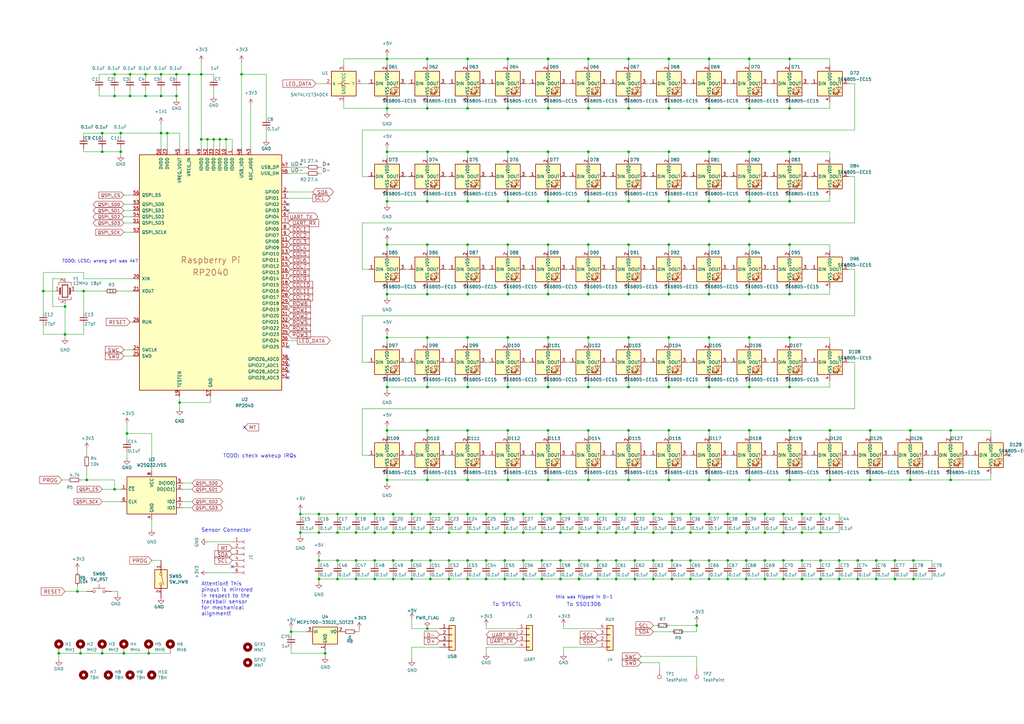
<source format=kicad_sch>
(kicad_sch (version 20211123) (generator eeschema)
  (paper "A3")
  (junction (at 168.91 237.49))
  (junction (at 175.26 100.33))
  (junction (at 267.97 229.87))
  (junction (at 184.15 218.44))
  (junction (at 34.29 119.38))
  (junction (at 85.09 57.15))
  (junction (at 323.85 62.23))
  (junction (at 224.79 44.45))
  (junction (at 146.05 229.87))
  (junction (at 307.34 158.75))
  (junction (at 123.19 218.44))
  (junction (at 158.75 158.75))
  (junction (at 374.65 237.49))
  (junction (at 175.26 158.75))
  (junction (at 356.87 176.53))
  (junction (at 306.07 229.87))
  (junction (at 356.87 196.85))
  (junction (at 241.3 44.45))
  (junction (at 323.85 176.53))
  (junction (at 237.49 229.87))
  (junction (at 214.63 237.49))
  (junction (at 138.43 210.82))
  (junction (at 175.26 120.65))
  (junction (at 340.36 176.53))
  (junction (at 237.49 210.82))
  (junction (at 130.81 237.49))
  (junction (at 298.45 229.87))
  (junction (at 351.79 237.49))
  (junction (at 241.3 196.85))
  (junction (at 340.36 196.85))
  (junction (at 87.63 57.15))
  (junction (at 138.43 229.87))
  (junction (at 207.01 218.44))
  (junction (at 53.34 30.48))
  (junction (at 290.83 44.45))
  (junction (at 66.04 39.37))
  (junction (at 191.77 210.82))
  (junction (at 208.28 62.23))
  (junction (at 31.75 242.57))
  (junction (at 33.02 267.97))
  (junction (at 373.38 176.53))
  (junction (at 313.69 218.44))
  (junction (at 214.63 210.82))
  (junction (at 214.63 229.87))
  (junction (at 175.26 257.81))
  (junction (at 283.21 237.49))
  (junction (at 161.29 210.82))
  (junction (at 274.32 62.23))
  (junction (at 35.56 196.85))
  (junction (at 208.28 158.75))
  (junction (at 191.77 120.65))
  (junction (at 290.83 120.65))
  (junction (at 307.34 44.45))
  (junction (at 274.32 120.65))
  (junction (at 229.87 218.44))
  (junction (at 52.07 177.8))
  (junction (at 245.11 237.49))
  (junction (at 252.73 237.49))
  (junction (at 307.34 82.55))
  (junction (at 208.28 82.55))
  (junction (at 257.81 44.45))
  (junction (at 241.3 24.13))
  (junction (at 24.13 267.97))
  (junction (at 290.83 196.85))
  (junction (at 161.29 229.87))
  (junction (at 274.32 176.53))
  (junction (at 260.35 210.82))
  (junction (at 224.79 120.65))
  (junction (at 290.83 176.53))
  (junction (at 359.41 237.49))
  (junction (at 66.04 30.48))
  (junction (at 323.85 120.65))
  (junction (at 53.34 39.37))
  (junction (at 274.32 138.43))
  (junction (at 222.25 229.87))
  (junction (at 321.31 237.49))
  (junction (at 245.11 210.82))
  (junction (at 158.75 176.53))
  (junction (at 222.25 218.44))
  (junction (at 229.87 237.49))
  (junction (at 257.81 120.65))
  (junction (at 241.3 176.53))
  (junction (at 168.91 229.87))
  (junction (at 307.34 138.43))
  (junction (at 344.17 237.49))
  (junction (at 175.26 176.53))
  (junction (at 66.04 54.61))
  (junction (at 123.19 210.82))
  (junction (at 73.66 165.1))
  (junction (at 208.28 24.13))
  (junction (at 191.77 229.87))
  (junction (at 321.31 218.44))
  (junction (at 306.07 210.82))
  (junction (at 257.81 176.53))
  (junction (at 184.15 237.49))
  (junction (at 68.58 54.61))
  (junction (at 158.75 44.45))
  (junction (at 275.59 218.44))
  (junction (at 307.34 196.85))
  (junction (at 274.32 196.85))
  (junction (at 175.26 196.85))
  (junction (at 130.81 210.82))
  (junction (at 224.79 176.53))
  (junction (at 245.11 218.44))
  (junction (at 207.01 210.82))
  (junction (at 222.25 210.82))
  (junction (at 323.85 100.33))
  (junction (at 191.77 44.45))
  (junction (at 274.32 158.75))
  (junction (at 224.79 158.75))
  (junction (at 290.83 82.55))
  (junction (at 175.26 138.43))
  (junction (at 306.07 237.49))
  (junction (at 229.87 210.82))
  (junction (at 336.55 237.49))
  (junction (at 323.85 82.55))
  (junction (at 237.49 218.44))
  (junction (at 191.77 176.53))
  (junction (at 17.78 119.38))
  (junction (at 199.39 218.44))
  (junction (at 224.79 62.23))
  (junction (at 275.59 229.87))
  (junction (at 274.32 82.55))
  (junction (at 41.91 54.61))
  (junction (at 367.03 237.49))
  (junction (at 158.75 138.43))
  (junction (at 82.55 57.15))
  (junction (at 290.83 218.44))
  (junction (at 175.26 82.55))
  (junction (at 290.83 100.33))
  (junction (at 321.31 210.82))
  (junction (at 336.55 218.44))
  (junction (at 241.3 138.43))
  (junction (at 283.21 229.87))
  (junction (at 26.67 137.16))
  (junction (at 328.93 237.49))
  (junction (at 389.89 196.85))
  (junction (at 175.26 62.23))
  (junction (at 176.53 237.49))
  (junction (at 260.35 229.87))
  (junction (at 252.73 218.44))
  (junction (at 146.05 210.82))
  (junction (at 158.75 196.85))
  (junction (at 389.89 176.53))
  (junction (at 158.75 62.23))
  (junction (at 208.28 120.65))
  (junction (at 176.53 229.87))
  (junction (at 257.81 24.13))
  (junction (at 323.85 196.85))
  (junction (at 328.93 218.44))
  (junction (at 133.35 267.97))
  (junction (at 191.77 158.75))
  (junction (at 158.75 100.33))
  (junction (at 224.79 100.33))
  (junction (at 274.32 44.45))
  (junction (at 208.28 196.85))
  (junction (at 184.15 210.82))
  (junction (at 283.21 218.44))
  (junction (at 208.28 138.43))
  (junction (at 207.01 229.87))
  (junction (at 72.39 39.37))
  (junction (at 237.49 237.49))
  (junction (at 191.77 138.43))
  (junction (at 90.17 57.15))
  (junction (at 46.99 200.66))
  (junction (at 146.05 218.44))
  (junction (at 241.3 158.75))
  (junction (at 153.67 237.49))
  (junction (at 41.91 267.97))
  (junction (at 245.11 229.87))
  (junction (at 285.75 256.54))
  (junction (at 252.73 229.87))
  (junction (at 199.39 237.49))
  (junction (at 275.59 237.49))
  (junction (at 168.91 218.44))
  (junction (at 252.73 210.82))
  (junction (at 222.25 237.49))
  (junction (at 59.69 39.37))
  (junction (at 130.81 218.44))
  (junction (at 359.41 229.87))
  (junction (at 274.32 100.33))
  (junction (at 191.77 196.85))
  (junction (at 224.79 138.43))
  (junction (at 60.96 267.97))
  (junction (at 313.69 210.82))
  (junction (at 328.93 229.87))
  (junction (at 214.63 218.44))
  (junction (at 161.29 237.49))
  (junction (at 191.77 82.55))
  (junction (at 306.07 218.44))
  (junction (at 298.45 218.44))
  (junction (at 229.87 229.87))
  (junction (at 46.99 39.37))
  (junction (at 344.17 229.87))
  (junction (at 49.53 62.23))
  (junction (at 290.83 138.43))
  (junction (at 275.59 210.82))
  (junction (at 307.34 100.33))
  (junction (at 207.01 237.49))
  (junction (at 323.85 24.13))
  (junction (at 313.69 229.87))
  (junction (at 176.53 210.82))
  (junction (at 323.85 138.43))
  (junction (at 257.81 100.33))
  (junction (at 153.67 229.87))
  (junction (at 241.3 100.33))
  (junction (at 82.55 30.48))
  (junction (at 168.91 210.82))
  (junction (at 257.81 138.43))
  (junction (at 208.28 100.33))
  (junction (at 313.69 237.49))
  (junction (at 130.81 229.87))
  (junction (at 336.55 210.82))
  (junction (at 191.77 237.49))
  (junction (at 257.81 62.23))
  (junction (at 176.53 218.44))
  (junction (at 208.28 176.53))
  (junction (at 59.69 30.48))
  (junction (at 241.3 120.65))
  (junction (at 321.31 229.87))
  (junction (at 260.35 218.44))
  (junction (at 307.34 62.23))
  (junction (at 146.05 237.49))
  (junction (at 119.38 259.08))
  (junction (at 290.83 237.49))
  (junction (at 153.67 218.44))
  (junction (at 307.34 24.13))
  (junction (at 373.38 196.85))
  (junction (at 290.83 24.13))
  (junction (at 267.97 237.49))
  (junction (at 323.85 158.75))
  (junction (at 46.99 30.48))
  (junction (at 351.79 229.87))
  (junction (at 328.93 210.82))
  (junction (at 257.81 158.75))
  (junction (at 241.3 62.23))
  (junction (at 374.65 229.87))
  (junction (at 199.39 210.82))
  (junction (at 241.3 82.55))
  (junction (at 298.45 210.82))
  (junction (at 191.77 24.13))
  (junction (at 191.77 218.44))
  (junction (at 257.81 82.55))
  (junction (at 283.21 210.82))
  (junction (at 191.77 62.23))
  (junction (at 161.29 218.44))
  (junction (at 158.75 120.65))
  (junction (at 158.75 82.55))
  (junction (at 153.67 210.82))
  (junction (at 41.91 62.23))
  (junction (at 224.79 196.85))
  (junction (at 307.34 120.65))
  (junction (at 175.26 44.45))
  (junction (at 158.75 24.13))
  (junction (at 367.03 229.87))
  (junction (at 208.28 44.45))
  (junction (at 50.8 267.97))
  (junction (at 274.32 24.13))
  (junction (at 138.43 218.44))
  (junction (at 26.67 125.73))
  (junction (at 138.43 237.49))
  (junction (at 260.35 237.49))
  (junction (at 290.83 62.23))
  (junction (at 307.34 176.53))
  (junction (at 267.97 210.82))
  (junction (at 175.26 24.13))
  (junction (at 224.79 82.55))
  (junction (at 92.71 57.15))
  (junction (at 323.85 44.45))
  (junction (at 99.06 30.48))
  (junction (at 336.55 229.87))
  (junction (at 49.53 54.61))
  (junction (at 298.45 237.49))
  (junction (at 290.83 229.87))
  (junction (at 290.83 210.82))
  (junction (at 267.97 218.44))
  (junction (at 224.79 24.13))
  (junction (at 72.39 30.48))
  (junction (at 191.77 100.33))
  (junction (at 257.81 196.85))
  (junction (at 199.39 229.87))
  (junction (at 184.15 229.87))
  (junction (at 77.47 30.48))
  (junction (at 290.83 158.75))
  (no_connect (at 118.11 152.4))
  (no_connect (at 414.02 186.69))
  (no_connect (at 95.25 232.41))
  (no_connect (at 118.11 154.94))
  (no_connect (at 118.11 149.86))
  (no_connect (at 118.11 147.32))
  (no_connect (at 118.11 83.82))
  (no_connect (at 118.11 86.36))
  (no_connect (at 118.11 142.24))
  (no_connect (at 100.33 175.26))
  (wire (pts (xy 158.75 24.13) (xy 158.75 26.67)))
  (wire (pts (xy 252.73 212.09) (xy 252.73 210.82)))
  (wire (pts (xy 321.31 229.87) (xy 313.69 229.87)))
  (wire (pts (xy 298.45 231.14) (xy 298.45 229.87)))
  (wire (pts (xy 252.73 218.44) (xy 252.73 217.17)))
  (wire (pts (xy 252.73 237.49) (xy 252.73 236.22)))
  (wire (pts (xy 290.83 120.65) (xy 290.83 118.11)))
  (wire (pts (xy 158.75 138.43) (xy 158.75 140.97)))
  (wire (pts (xy 199.39 256.54) (xy 199.39 257.81)))
  (wire (pts (xy 72.39 40.64) (xy 72.39 39.37)))
  (wire (pts (xy 241.3 100.33) (xy 241.3 102.87)))
  (wire (pts (xy 158.75 41.91) (xy 158.75 44.45)))
  (wire (pts (xy 245.11 218.44) (xy 252.73 218.44)))
  (wire (pts (xy 290.83 82.55) (xy 307.34 82.55)))
  (wire (pts (xy 298.45 210.82) (xy 290.83 210.82)))
  (wire (pts (xy 207.01 210.82) (xy 199.39 210.82)))
  (wire (pts (xy 46.99 200.66) (xy 41.91 200.66)))
  (wire (pts (xy 87.63 57.15) (xy 90.17 57.15)))
  (wire (pts (xy 241.3 100.33) (xy 257.81 100.33)))
  (wire (pts (xy 66.04 31.75) (xy 66.04 30.48)))
  (wire (pts (xy 241.3 158.75) (xy 257.81 158.75)))
  (wire (pts (xy 138.43 218.44) (xy 146.05 218.44)))
  (wire (pts (xy 267.97 231.14) (xy 267.97 229.87)))
  (wire (pts (xy 50.8 267.97) (xy 60.96 267.97)))
  (wire (pts (xy 267.97 210.82) (xy 260.35 210.82)))
  (wire (pts (xy 46.99 36.83) (xy 46.99 39.37)))
  (wire (pts (xy 267.97 237.49) (xy 267.97 236.22)))
  (wire (pts (xy 138.43 210.82) (xy 130.81 210.82)))
  (wire (pts (xy 146.05 231.14) (xy 146.05 229.87)))
  (wire (pts (xy 52.07 177.8) (xy 52.07 180.34)))
  (wire (pts (xy 168.91 212.09) (xy 168.91 210.82)))
  (wire (pts (xy 161.29 231.14) (xy 161.29 229.87)))
  (wire (pts (xy 307.34 44.45) (xy 307.34 41.91)))
  (wire (pts (xy 323.85 82.55) (xy 323.85 80.01)))
  (wire (pts (xy 274.32 100.33) (xy 274.32 102.87)))
  (wire (pts (xy 336.55 237.49) (xy 344.17 237.49)))
  (wire (pts (xy 224.79 62.23) (xy 241.3 62.23)))
  (wire (pts (xy 118.11 71.12) (xy 125.73 71.12)))
  (wire (pts (xy 191.77 176.53) (xy 191.77 179.07)))
  (wire (pts (xy 283.21 231.14) (xy 283.21 229.87)))
  (wire (pts (xy 275.59 237.49) (xy 283.21 237.49)))
  (wire (pts (xy 138.43 218.44) (xy 138.43 217.17)))
  (wire (pts (xy 290.83 218.44) (xy 298.45 218.44)))
  (wire (pts (xy 99.06 30.48) (xy 109.22 30.48)))
  (wire (pts (xy 285.75 256.54) (xy 285.75 255.27)))
  (wire (pts (xy 191.77 212.09) (xy 191.77 210.82)))
  (wire (pts (xy 158.75 44.45) (xy 175.26 44.45)))
  (wire (pts (xy 307.34 138.43) (xy 307.34 140.97)))
  (wire (pts (xy 158.75 138.43) (xy 175.26 138.43)))
  (wire (pts (xy 208.28 138.43) (xy 224.79 138.43)))
  (wire (pts (xy 191.77 24.13) (xy 191.77 26.67)))
  (wire (pts (xy 241.3 176.53) (xy 241.3 179.07)))
  (wire (pts (xy 281.94 186.69) (xy 283.21 186.69)))
  (wire (pts (xy 208.28 176.53) (xy 208.28 179.07)))
  (wire (pts (xy 130.81 229.87) (xy 130.81 231.14)))
  (wire (pts (xy 215.9 186.69) (xy 217.17 186.69)))
  (wire (pts (xy 306.07 212.09) (xy 306.07 210.82)))
  (wire (pts (xy 87.63 31.75) (xy 87.63 30.48)))
  (wire (pts (xy 191.77 210.82) (xy 184.15 210.82)))
  (wire (pts (xy 191.77 120.65) (xy 208.28 120.65)))
  (wire (pts (xy 123.19 209.55) (xy 123.19 210.82)))
  (wire (pts (xy 158.75 196.85) (xy 175.26 196.85)))
  (wire (pts (xy 298.45 229.87) (xy 290.83 229.87)))
  (wire (pts (xy 146.05 210.82) (xy 138.43 210.82)))
  (wire (pts (xy 241.3 24.13) (xy 241.3 26.67)))
  (wire (pts (xy 257.81 24.13) (xy 274.32 24.13)))
  (wire (pts (xy 191.77 62.23) (xy 208.28 62.23)))
  (wire (pts (xy 92.71 60.96) (xy 92.71 57.15)))
  (wire (pts (xy 336.55 212.09) (xy 336.55 210.82)))
  (wire (pts (xy 208.28 158.75) (xy 224.79 158.75)))
  (wire (pts (xy 208.28 62.23) (xy 224.79 62.23)))
  (wire (pts (xy 306.07 218.44) (xy 306.07 217.17)))
  (wire (pts (xy 283.21 218.44) (xy 283.21 217.17)))
  (wire (pts (xy 184.15 218.44) (xy 191.77 218.44)))
  (wire (pts (xy 123.19 218.44) (xy 123.19 219.71)))
  (wire (pts (xy 356.87 176.53) (xy 356.87 179.07)))
  (wire (pts (xy 53.34 31.75) (xy 53.34 30.48)))
  (wire (pts (xy 351.79 229.87) (xy 344.17 229.87)))
  (wire (pts (xy 328.93 237.49) (xy 336.55 237.49)))
  (wire (pts (xy 168.91 257.81) (xy 175.26 257.81)))
  (wire (pts (xy 66.04 50.8) (xy 66.04 54.61)))
  (wire (pts (xy 351.79 237.49) (xy 359.41 237.49)))
  (wire (pts (xy 158.75 194.31) (xy 158.75 196.85)))
  (wire (pts (xy 151.13 72.39) (xy 148.59 72.39)))
  (wire (pts (xy 85.09 234.95) (xy 95.25 234.95)))
  (wire (pts (xy 90.17 60.96) (xy 90.17 57.15)))
  (wire (pts (xy 321.31 218.44) (xy 328.93 218.44)))
  (wire (pts (xy 130.81 210.82) (xy 123.19 210.82)))
  (wire (pts (xy 148.59 34.29) (xy 151.13 34.29)))
  (wire (pts (xy 207.01 237.49) (xy 207.01 236.22)))
  (wire (pts (xy 208.28 44.45) (xy 208.28 41.91)))
  (wire (pts (xy 33.02 267.97) (xy 41.91 267.97)))
  (wire (pts (xy 373.38 176.53) (xy 389.89 176.53)))
  (wire (pts (xy 323.85 100.33) (xy 340.36 100.33)))
  (wire (pts (xy 274.32 176.53) (xy 290.83 176.53)))
  (wire (pts (xy 307.34 176.53) (xy 323.85 176.53)))
  (wire (pts (xy 191.77 62.23) (xy 191.77 64.77)))
  (wire (pts (xy 306.07 237.49) (xy 313.69 237.49)))
  (wire (pts (xy 340.36 100.33) (xy 340.36 102.87)))
  (wire (pts (xy 191.77 82.55) (xy 208.28 82.55)))
  (wire (pts (xy 158.75 176.53) (xy 175.26 176.53)))
  (wire (pts (xy 175.26 24.13) (xy 175.26 26.67)))
  (wire (pts (xy 35.56 191.77) (xy 35.56 196.85)))
  (wire (pts (xy 241.3 196.85) (xy 257.81 196.85)))
  (wire (pts (xy 199.39 229.87) (xy 191.77 229.87)))
  (wire (pts (xy 34.29 119.38) (xy 34.29 128.27)))
  (wire (pts (xy 367.03 231.14) (xy 367.03 229.87)))
  (wire (pts (xy 158.75 62.23) (xy 175.26 62.23)))
  (wire (pts (xy 62.23 177.8) (xy 62.23 193.04)))
  (wire (pts (xy 274.32 138.43) (xy 274.32 140.97)))
  (wire (pts (xy 130.81 228.6) (xy 130.81 229.87)))
  (wire (pts (xy 49.53 62.23) (xy 49.53 60.96)))
  (wire (pts (xy 285.75 274.32) (xy 285.75 269.24)))
  (wire (pts (xy 290.83 138.43) (xy 290.83 140.97)))
  (wire (pts (xy 283.21 212.09) (xy 283.21 210.82)))
  (wire (pts (xy 344.17 237.49) (xy 351.79 237.49)))
  (wire (pts (xy 59.69 30.48) (xy 66.04 30.48)))
  (wire (pts (xy 313.69 212.09) (xy 313.69 210.82)))
  (wire (pts (xy 102.87 43.18) (xy 102.87 60.96)))
  (wire (pts (xy 191.77 82.55) (xy 191.77 80.01)))
  (wire (pts (xy 241.3 62.23) (xy 241.3 64.77)))
  (wire (pts (xy 290.83 237.49) (xy 290.83 236.22)))
  (wire (pts (xy 290.83 231.14) (xy 290.83 229.87)))
  (wire (pts (xy 313.69 237.49) (xy 321.31 237.49)))
  (wire (pts (xy 175.26 196.85) (xy 175.26 194.31)))
  (wire (pts (xy 265.43 110.49) (xy 266.7 110.49)))
  (wire (pts (xy 340.36 44.45) (xy 340.36 41.91)))
  (wire (pts (xy 290.83 44.45) (xy 290.83 41.91)))
  (wire (pts (xy 208.28 82.55) (xy 224.79 82.55)))
  (wire (pts (xy 153.67 237.49) (xy 161.29 237.49)))
  (wire (pts (xy 40.64 30.48) (xy 40.64 31.75)))
  (wire (pts (xy 85.09 57.15) (xy 87.63 57.15)))
  (wire (pts (xy 66.04 39.37) (xy 59.69 39.37)))
  (wire (pts (xy 176.53 231.14) (xy 176.53 229.87)))
  (wire (pts (xy 323.85 176.53) (xy 323.85 179.07)))
  (wire (pts (xy 290.83 138.43) (xy 307.34 138.43)))
  (wire (pts (xy 146.05 218.44) (xy 153.67 218.44)))
  (wire (pts (xy 340.36 120.65) (xy 340.36 118.11)))
  (wire (pts (xy 72.39 39.37) (xy 66.04 39.37)))
  (wire (pts (xy 34.29 62.23) (xy 41.91 62.23)))
  (wire (pts (xy 222.25 237.49) (xy 222.25 236.22)))
  (wire (pts (xy 73.66 54.61) (xy 68.58 54.61)))
  (wire (pts (xy 241.3 120.65) (xy 241.3 118.11)))
  (wire (pts (xy 208.28 100.33) (xy 224.79 100.33)))
  (wire (pts (xy 285.75 269.24) (xy 262.89 269.24)))
  (wire (pts (xy 222.25 210.82) (xy 214.63 210.82)))
  (wire (pts (xy 182.88 186.69) (xy 184.15 186.69)))
  (wire (pts (xy 146.05 212.09) (xy 146.05 210.82)))
  (wire (pts (xy 191.77 44.45) (xy 191.77 41.91)))
  (wire (pts (xy 241.3 82.55) (xy 241.3 80.01)))
  (wire (pts (xy 199.39 34.29) (xy 200.66 34.29)))
  (wire (pts (xy 260.35 231.14) (xy 260.35 229.87)))
  (wire (pts (xy 109.22 53.34) (xy 109.22 57.15)))
  (wire (pts (xy 158.75 158.75) (xy 158.75 160.02)))
  (wire (pts (xy 257.81 158.75) (xy 257.81 156.21)))
  (wire (pts (xy 231.14 265.43) (xy 245.11 265.43)))
  (wire (pts (xy 298.45 186.69) (xy 299.72 186.69)))
  (wire (pts (xy 52.07 187.96) (xy 52.07 185.42)))
  (wire (pts (xy 41.91 205.74) (xy 49.53 205.74)))
  (wire (pts (xy 270.51 274.32) (xy 270.51 271.78)))
  (wire (pts (xy 245.11 237.49) (xy 245.11 236.22)))
  (wire (pts (xy 191.77 196.85) (xy 191.77 194.31)))
  (wire (pts (xy 138.43 212.09) (xy 138.43 210.82)))
  (wire (pts (xy 166.37 186.69) (xy 167.64 186.69)))
  (wire (pts (xy 351.79 231.14) (xy 351.79 229.87)))
  (wire (pts (xy 73.66 165.1) (xy 86.36 165.1)))
  (wire (pts (xy 182.88 148.59) (xy 184.15 148.59)))
  (wire (pts (xy 92.71 57.15) (xy 95.25 57.15)))
  (wire (pts (xy 232.41 148.59) (xy 233.68 148.59)))
  (wire (pts (xy 359.41 229.87) (xy 351.79 229.87)))
  (wire (pts (xy 328.93 231.14) (xy 328.93 229.87)))
  (wire (pts (xy 66.04 30.48) (xy 72.39 30.48)))
  (wire (pts (xy 351.79 237.49) (xy 351.79 236.22)))
  (wire (pts (xy 62.23 213.36) (xy 62.23 217.17)))
  (wire (pts (xy 274.32 120.65) (xy 290.83 120.65)))
  (wire (pts (xy 307.34 158.75) (xy 307.34 156.21)))
  (wire (pts (xy 274.32 24.13) (xy 274.32 26.67)))
  (wire (pts (xy 232.41 72.39) (xy 233.68 72.39)))
  (wire (pts (xy 290.83 62.23) (xy 307.34 62.23)))
  (wire (pts (xy 82.55 30.48) (xy 82.55 57.15)))
  (wire (pts (xy 199.39 237.49) (xy 199.39 236.22)))
  (wire (pts (xy 323.85 196.85) (xy 340.36 196.85)))
  (wire (pts (xy 389.89 196.85) (xy 406.4 196.85)))
  (wire (pts (xy 275.59 229.87) (xy 267.97 229.87)))
  (wire (pts (xy 21.59 114.3) (xy 21.59 125.73)))
  (wire (pts (xy 72.39 30.48) (xy 77.47 30.48)))
  (wire (pts (xy 207.01 231.14) (xy 207.01 229.87)))
  (wire (pts (xy 26.67 125.73) (xy 26.67 137.16)))
  (wire (pts (xy 356.87 196.85) (xy 356.87 194.31)))
  (wire (pts (xy 224.79 82.55) (xy 241.3 82.55)))
  (wire (pts (xy 237.49 210.82) (xy 229.87 210.82)))
  (wire (pts (xy 257.81 138.43) (xy 257.81 140.97)))
  (wire (pts (xy 176.53 218.44) (xy 184.15 218.44)))
  (wire (pts (xy 175.26 120.65) (xy 191.77 120.65)))
  (wire (pts (xy 26.67 137.16) (xy 26.67 138.43)))
  (wire (pts (xy 241.3 82.55) (xy 257.81 82.55)))
  (wire (pts (xy 267.97 237.49) (xy 275.59 237.49)))
  (wire (pts (xy 53.34 39.37) (xy 46.99 39.37)))
  (wire (pts (xy 290.83 100.33) (xy 290.83 102.87)))
  (wire (pts (xy 257.81 62.23) (xy 257.81 64.77)))
  (wire (pts (xy 130.81 237.49) (xy 138.43 237.49)))
  (wire (pts (xy 207.01 218.44) (xy 214.63 218.44)))
  (wire (pts (xy 290.83 44.45) (xy 307.34 44.45)))
  (wire (pts (xy 340.36 62.23) (xy 340.36 64.77)))
  (wire (pts (xy 199.39 265.43) (xy 212.09 265.43)))
  (wire (pts (xy 313.69 218.44) (xy 313.69 217.17)))
  (wire (pts (xy 241.3 196.85) (xy 241.3 194.31)))
  (wire (pts (xy 224.79 44.45) (xy 241.3 44.45)))
  (wire (pts (xy 214.63 218.44) (xy 214.63 217.17)))
  (wire (pts (xy 336.55 229.87) (xy 328.93 229.87)))
  (wire (pts (xy 46.99 31.75) (xy 46.99 30.48)))
  (wire (pts (xy 22.86 119.38) (xy 17.78 119.38)))
  (wire (pts (xy 86.36 165.1) (xy 86.36 162.56)))
  (wire (pts (xy 34.29 54.61) (xy 34.29 55.88)))
  (wire (pts (xy 290.83 176.53) (xy 307.34 176.53)))
  (wire (pts (xy 231.14 257.81) (xy 245.11 257.81)))
  (wire (pts (xy 257.81 120.65) (xy 274.32 120.65)))
  (wire (pts (xy 17.78 137.16) (xy 17.78 133.35)))
  (wire (pts (xy 241.3 24.13) (xy 257.81 24.13)))
  (wire (pts (xy 344.17 237.49) (xy 344.17 236.22)))
  (wire (pts (xy 73.66 162.56) (xy 73.66 165.1)))
  (wire (pts (xy 257.81 44.45) (xy 274.32 44.45)))
  (wire (pts (xy 281.94 72.39) (xy 283.21 72.39)))
  (wire (pts (xy 146.05 229.87) (xy 138.43 229.87)))
  (wire (pts (xy 241.3 44.45) (xy 241.3 41.91)))
  (wire (pts (xy 275.59 218.44) (xy 275.59 217.17)))
  (wire (pts (xy 323.85 120.65) (xy 340.36 120.65)))
  (wire (pts (xy 350.52 148.59) (xy 347.98 148.59)))
  (wire (pts (xy 59.69 31.75) (xy 59.69 30.48)))
  (wire (pts (xy 290.83 100.33) (xy 307.34 100.33)))
  (wire (pts (xy 53.34 30.48) (xy 59.69 30.48)))
  (wire (pts (xy 265.43 72.39) (xy 266.7 72.39)))
  (wire (pts (xy 237.49 237.49) (xy 237.49 236.22)))
  (wire (pts (xy 182.88 110.49) (xy 184.15 110.49)))
  (wire (pts (xy 275.59 218.44) (xy 283.21 218.44)))
  (wire (pts (xy 146.05 237.49) (xy 153.67 237.49)))
  (wire (pts (xy 307.34 196.85) (xy 307.34 194.31)))
  (wire (pts (xy 184.15 212.09) (xy 184.15 210.82)))
  (wire (pts (xy 184.15 218.44) (xy 184.15 217.17)))
  (wire (pts (xy 208.28 62.23) (xy 208.28 64.77)))
  (wire (pts (xy 168.91 265.43) (xy 180.34 265.43)))
  (wire (pts (xy 381 186.69) (xy 382.27 186.69)))
  (wire (pts (xy 158.75 44.45) (xy 140.97 44.45)))
  (wire (pts (xy 77.47 30.48) (xy 82.55 30.48)))
  (wire (pts (xy 34.29 114.3) (xy 34.29 111.76)))
  (wire (pts (xy 307.34 82.55) (xy 323.85 82.55)))
  (wire (pts (xy 151.13 186.69) (xy 148.59 186.69)))
  (wire (pts (xy 191.77 218.44) (xy 191.77 217.17)))
  (wire (pts (xy 158.75 24.13) (xy 175.26 24.13)))
  (wire (pts (xy 207.01 229.87) (xy 199.39 229.87)))
  (wire (pts (xy 323.85 158.75) (xy 340.36 158.75)))
  (wire (pts (xy 118.11 68.58) (xy 125.73 68.58)))
  (wire (pts (xy 72.39 36.83) (xy 72.39 39.37)))
  (wire (pts (xy 40.64 30.48) (xy 46.99 30.48)))
  (wire (pts (xy 175.26 62.23) (xy 175.26 64.77)))
  (wire (pts (xy 119.38 267.97) (xy 119.38 265.43)))
  (wire (pts (xy 222.25 212.09) (xy 222.25 210.82)))
  (wire (pts (xy 52.07 177.8) (xy 62.23 177.8)))
  (wire (pts (xy 90.17 57.15) (xy 92.71 57.15)))
  (wire (pts (xy 175.26 196.85) (xy 191.77 196.85)))
  (wire (pts (xy 161.29 212.09) (xy 161.29 210.82)))
  (wire (pts (xy 158.75 100.33) (xy 175.26 100.33)))
  (wire (pts (xy 214.63 218.44) (xy 222.25 218.44)))
  (wire (pts (xy 257.81 120.65) (xy 257.81 118.11)))
  (wire (pts (xy 176.53 212.09) (xy 176.53 210.82)))
  (wire (pts (xy 118.11 78.74) (xy 128.27 78.74)))
  (wire (pts (xy 280.67 259.08) (xy 285.75 259.08)))
  (wire (pts (xy 307.34 176.53) (xy 307.34 179.07)))
  (wire (pts (xy 168.91 210.82) (xy 161.29 210.82)))
  (wire (pts (xy 323.85 24.13) (xy 323.85 26.67)))
  (wire (pts (xy 182.88 72.39) (xy 184.15 72.39)))
  (wire (pts (xy 231.14 257.81) (xy 231.14 256.54)))
  (wire (pts (xy 336.55 210.82) (xy 328.93 210.82)))
  (wire (pts (xy 148.59 110.49) (xy 148.59 91.44)))
  (wire (pts (xy 274.32 176.53) (xy 274.32 179.07)))
  (wire (pts (xy 208.28 120.65) (xy 224.79 120.65)))
  (wire (pts (xy 257.81 82.55) (xy 274.32 82.55)))
  (wire (pts (xy 290.83 24.13) (xy 307.34 24.13)))
  (wire (pts (xy 283.21 237.49) (xy 283.21 236.22)))
  (wire (pts (xy 323.85 138.43) (xy 340.36 138.43)))
  (wire (pts (xy 208.28 196.85) (xy 208.28 194.31)))
  (wire (pts (xy 350.52 53.34) (xy 350.52 34.29)))
  (wire (pts (xy 347.98 186.69) (xy 349.25 186.69)))
  (wire (pts (xy 175.26 44.45) (xy 175.26 41.91)))
  (wire (pts (xy 34.29 114.3) (xy 54.61 114.3)))
  (wire (pts (xy 248.92 186.69) (xy 250.19 186.69)))
  (wire (pts (xy 328.93 218.44) (xy 328.93 217.17)))
  (wire (pts (xy 313.69 237.49) (xy 313.69 236.22)))
  (wire (pts (xy 241.3 44.45) (xy 257.81 44.45)))
  (wire (pts (xy 374.65 237.49) (xy 382.27 237.49)))
  (wire (pts (xy 269.24 256.54) (xy 267.97 256.54)))
  (wire (pts (xy 158.75 82.55) (xy 158.75 83.82)))
  (wire (pts (xy 123.19 210.82) (xy 123.19 212.09)))
  (wire (pts (xy 321.31 212.09) (xy 321.31 210.82)))
  (wire (pts (xy 350.52 110.49) (xy 347.98 110.49)))
  (wire (pts (xy 30.48 119.38) (xy 34.29 119.38)))
  (wire (pts (xy 17.78 137.16) (xy 26.67 137.16)))
  (wire (pts (xy 241.3 138.43) (xy 241.3 140.97)))
  (wire (pts (xy 119.38 257.81) (xy 119.38 259.08)))
  (wire (pts (xy 48.26 119.38) (xy 54.61 119.38)))
  (wire (pts (xy 307.34 100.33) (xy 323.85 100.33)))
  (wire (pts (xy 146.05 218.44) (xy 146.05 217.17)))
  (wire (pts (xy 158.75 44.45) (xy 158.75 45.72)))
  (wire (pts (xy 389.89 176.53) (xy 406.4 176.53)))
  (wire (pts (xy 283.21 210.82) (xy 275.59 210.82)))
  (wire (pts (xy 257.81 158.75) (xy 274.32 158.75)))
  (wire (pts (xy 298.45 148.59) (xy 299.72 148.59)))
  (wire (pts (xy 199.39 212.09) (xy 199.39 210.82)))
  (wire (pts (xy 298.45 212.09) (xy 298.45 210.82)))
  (wire (pts (xy 158.75 82.55) (xy 175.26 82.55)))
  (wire (pts (xy 175.26 82.55) (xy 175.26 80.01)))
  (wire (pts (xy 46.99 30.48) (xy 53.34 30.48)))
  (wire (pts (xy 344.17 231.14) (xy 344.17 229.87)))
  (wire (pts (xy 222.25 231.14) (xy 222.25 229.87)))
  (wire (pts (xy 59.69 36.83) (xy 59.69 39.37)))
  (wire (pts (xy 373.38 196.85) (xy 389.89 196.85)))
  (wire (pts (xy 175.26 158.75) (xy 175.26 156.21)))
  (wire (pts (xy 237.49 237.49) (xy 245.11 237.49)))
  (wire (pts (xy 323.85 62.23) (xy 323.85 64.77)))
  (wire (pts (xy 148.59 129.54) (xy 350.52 129.54)))
  (wire (pts (xy 191.77 231.14) (xy 191.77 229.87)))
  (wire (pts (xy 129.54 34.29) (xy 133.35 34.29)))
  (wire (pts (xy 274.32 24.13) (xy 290.83 24.13)))
  (wire (pts (xy 331.47 72.39) (xy 332.74 72.39)))
  (wire (pts (xy 215.9 34.29) (xy 217.17 34.29)))
  (wire (pts (xy 245.11 237.49) (xy 252.73 237.49)))
  (wire (pts (xy 224.79 24.13) (xy 241.3 24.13)))
  (wire (pts (xy 290.83 196.85) (xy 307.34 196.85)))
  (wire (pts (xy 168.91 231.14) (xy 168.91 229.87)))
  (wire (pts (xy 224.79 62.23) (xy 224.79 64.77)))
  (wire (pts (xy 184.15 237.49) (xy 191.77 237.49)))
  (wire (pts (xy 314.96 186.69) (xy 316.23 186.69)))
  (wire (pts (xy 364.49 186.69) (xy 365.76 186.69)))
  (wire (pts (xy 158.75 158.75) (xy 175.26 158.75)))
  (wire (pts (xy 321.31 237.49) (xy 321.31 236.22)))
  (wire (pts (xy 82.55 57.15) (xy 82.55 60.96)))
  (wire (pts (xy 267.97 212.09) (xy 267.97 210.82)))
  (wire (pts (xy 336.55 218.44) (xy 336.55 217.17)))
  (wire (pts (xy 274.32 62.23) (xy 274.32 64.77)))
  (wire (pts (xy 50.8 86.36) (xy 54.61 86.36)))
  (wire (pts (xy 237.49 218.44) (xy 245.11 218.44)))
  (wire (pts (xy 290.83 24.13) (xy 290.83 26.67)))
  (wire (pts (xy 168.91 218.44) (xy 168.91 217.17)))
  (wire (pts (xy 314.96 34.29) (xy 316.23 34.29)))
  (wire (pts (xy 275.59 237.49) (xy 275.59 236.22)))
  (wire (pts (xy 331.47 186.69) (xy 332.74 186.69)))
  (wire (pts (xy 148.59 53.34) (xy 350.52 53.34)))
  (wire (pts (xy 340.36 24.13) (xy 340.36 26.67)))
  (wire (pts (xy 161.29 210.82) (xy 153.67 210.82)))
  (wire (pts (xy 184.15 229.87) (xy 176.53 229.87)))
  (wire (pts (xy 307.34 44.45) (xy 323.85 44.45)))
  (wire (pts (xy 133.35 266.7) (xy 133.35 267.97)))
  (wire (pts (xy 119.38 259.08) (xy 125.73 259.08)))
  (wire (pts (xy 85.09 222.25) (xy 95.25 222.25)))
  (wire (pts (xy 168.91 257.81) (xy 168.91 254)))
  (wire (pts (xy 214.63 212.09) (xy 214.63 210.82)))
  (wire (pts (xy 241.3 120.65) (xy 257.81 120.65)))
  (wire (pts (xy 367.03 237.49) (xy 374.65 237.49)))
  (wire (pts (xy 35.56 196.85) (xy 46.99 196.85)))
  (wire (pts (xy 281.94 34.29) (xy 283.21 34.29)))
  (wire (pts (xy 274.32 100.33) (xy 290.83 100.33)))
  (wire (pts (xy 158.75 156.21) (xy 158.75 158.75)))
  (wire (pts (xy 215.9 148.59) (xy 217.17 148.59)))
  (wire (pts (xy 176.53 218.44) (xy 176.53 217.17)))
  (wire (pts (xy 224.79 196.85) (xy 224.79 194.31)))
  (wire (pts (xy 313.69 229.87) (xy 306.07 229.87)))
  (wire (pts (xy 175.26 120.65) (xy 175.26 118.11)))
  (wire (pts (xy 17.78 119.38) (xy 17.78 128.27)))
  (wire (pts (xy 314.96 148.59) (xy 316.23 148.59)))
  (wire (pts (xy 237.49 231.14) (xy 237.49 229.87)))
  (wire (pts (xy 222.25 218.44) (xy 222.25 217.17)))
  (wire (pts (xy 199.39 110.49) (xy 200.66 110.49)))
  (wire (pts (xy 166.37 34.29) (xy 167.64 34.29)))
  (wire (pts (xy 147.32 259.08) (xy 146.05 259.08)))
  (wire (pts (xy 50.8 95.25) (xy 54.61 95.25)))
  (wire (pts (xy 73.66 60.96) (xy 73.66 54.61)))
  (wire (pts (xy 245.11 218.44) (xy 245.11 217.17)))
  (wire (pts (xy 267.97 259.08) (xy 275.59 259.08)))
  (wire (pts (xy 274.32 82.55) (xy 274.32 80.01)))
  (wire (pts (xy 158.75 62.23) (xy 158.75 64.77)))
  (wire (pts (xy 46.99 196.85) (xy 46.99 200.66)))
  (wire (pts (xy 323.85 82.55) (xy 340.36 82.55)))
  (wire (pts (xy 265.43 34.29) (xy 266.7 34.29)))
  (wire (pts (xy 199.39 186.69) (xy 200.66 186.69)))
  (wire (pts (xy 274.32 256.54) (xy 285.75 256.54)))
  (wire (pts (xy 54.61 83.82) (xy 50.8 83.82)))
  (wire (pts (xy 168.91 229.87) (xy 161.29 229.87)))
  (wire (pts (xy 298.45 218.44) (xy 306.07 218.44)))
  (wire (pts (xy 118.11 139.7) (xy 121.92 139.7)))
  (wire (pts (xy 340.36 176.53) (xy 356.87 176.53)))
  (wire (pts (xy 138.43 237.49) (xy 138.43 236.22)))
  (wire (pts (xy 260.35 218.44) (xy 260.35 217.17)))
  (wire (pts (xy 231.14 267.97) (xy 231.14 265.43)))
  (wire (pts (xy 397.51 186.69) (xy 398.78 186.69)))
  (wire (pts (xy 224.79 176.53) (xy 241.3 176.53)))
  (wire (pts (xy 323.85 158.75) (xy 323.85 156.21)))
  (wire (pts (xy 175.26 62.23) (xy 191.77 62.23)))
  (wire (pts (xy 260.35 229.87) (xy 252.73 229.87)))
  (wire (pts (xy 307.34 24.13) (xy 307.34 26.67)))
  (wire (pts (xy 153.67 218.44) (xy 153.67 217.17)))
  (wire (pts (xy 153.67 229.87) (xy 146.05 229.87)))
  (wire (pts (xy 307.34 120.65) (xy 323.85 120.65)))
  (wire (pts (xy 373.38 176.53) (xy 373.38 179.07)))
  (wire (pts (xy 130.81 218.44) (xy 130.81 217.17)))
  (wire (pts (xy 257.81 24.13) (xy 257.81 26.67)))
  (wire (pts (xy 46.99 39.37) (xy 40.64 39.37)))
  (wire (pts (xy 215.9 72.39) (xy 217.17 72.39)))
  (wire (pts (xy 344.17 212.09) (xy 344.17 210.82)))
  (wire (pts (xy 74.93 208.28) (xy 78.74 208.28)))
  (wire (pts (xy 257.81 176.53) (xy 257.81 179.07)))
  (wire (pts (xy 73.66 165.1) (xy 73.66 167.64)))
  (wire (pts (xy 252.73 237.49) (xy 260.35 237.49)))
  (wire (pts (xy 237.49 229.87) (xy 229.87 229.87)))
  (wire (pts (xy 306.07 218.44) (xy 313.69 218.44)))
  (wire (pts (xy 148.59 72.39) (xy 148.59 53.34)))
  (wire (pts (xy 222.25 229.87) (xy 214.63 229.87)))
  (wire (pts (xy 340.36 82.55) (xy 340.36 80.01)))
  (wire (pts (xy 41.91 60.96) (xy 41.91 62.23)))
  (wire (pts (xy 350.52 129.54) (xy 350.52 110.49)))
  (wire (pts (xy 241.3 138.43) (xy 257.81 138.43)))
  (wire (pts (xy 307.34 24.13) (xy 323.85 24.13)))
  (wire (pts (xy 281.94 148.59) (xy 283.21 148.59)))
  (wire (pts (xy 158.75 137.16) (xy 158.75 138.43)))
  (wire (pts (xy 307.34 158.75) (xy 323.85 158.75)))
  (wire (pts (xy 290.83 237.49) (xy 298.45 237.49)))
  (wire (pts (xy 214.63 210.82) (xy 207.01 210.82)))
  (wire (pts (xy 158.75 99.06) (xy 158.75 100.33)))
  (wire (pts (xy 118.11 81.28) (xy 128.27 81.28)))
  (wire (pts (xy 26.67 242.57) (xy 31.75 242.57)))
  (wire (pts (xy 313.69 210.82) (xy 306.07 210.82)))
  (wire (pts (xy 175.26 100.33) (xy 175.26 102.87)))
  (wire (pts (xy 130.81 237.49) (xy 130.81 238.76)))
  (wire (pts (xy 31.75 240.03) (xy 31.75 242.57)))
  (wire (pts (xy 224.79 138.43) (xy 224.79 140.97)))
  (wire (pts (xy 274.32 158.75) (xy 274.32 156.21)))
  (wire (pts (xy 175.26 158.75) (xy 191.77 158.75)))
  (wire (pts (xy 229.87 212.09) (xy 229.87 210.82)))
  (wire (pts (xy 207.01 218.44) (xy 207.01 217.17)))
  (wire (pts (xy 274.32 82.55) (xy 290.83 82.55)))
  (wire (pts (xy 133.35 267.97) (xy 133.35 269.24)))
  (wire (pts (xy 33.02 196.85) (xy 35.56 196.85)))
  (wire (pts (xy 298.45 34.29) (xy 299.72 34.29)))
  (wire (pts (xy 389.89 196.85) (xy 389.89 194.31)))
  (wire (pts (xy 257.81 100.33) (xy 257.81 102.87)))
  (wire (pts (xy 340.36 196.85) (xy 340.36 194.31)))
  (wire (pts (xy 245.11 229.87) (xy 237.49 229.87)))
  (wire (pts (xy 340.36 158.75) (xy 340.36 156.21)))
  (wire (pts (xy 257.81 138.43) (xy 274.32 138.43)))
  (wire (pts (xy 191.77 218.44) (xy 199.39 218.44)))
  (wire (pts (xy 265.43 148.59) (xy 266.7 148.59)))
  (wire (pts (xy 166.37 148.59) (xy 167.64 148.59)))
  (wire (pts (xy 214.63 237.49) (xy 222.25 237.49)))
  (wire (pts (xy 41.91 267.97) (xy 50.8 267.97)))
  (wire (pts (xy 158.75 196.85) (xy 158.75 198.12)))
  (wire (pts (xy 313.69 231.14) (xy 313.69 229.87)))
  (wire (pts (xy 215.9 110.49) (xy 217.17 110.49)))
  (wire (pts (xy 41.91 55.88) (xy 41.91 54.61)))
  (wire (pts (xy 199.39 218.44) (xy 199.39 217.17)))
  (wire (pts (xy 252.73 229.87) (xy 245.11 229.87)))
  (wire (pts (xy 191.77 237.49) (xy 191.77 236.22)))
  (wire (pts (xy 191.77 100.33) (xy 191.77 102.87)))
  (wire (pts (xy 275.59 231.14) (xy 275.59 229.87)))
  (wire (pts (xy 260.35 237.49) (xy 267.97 237.49)))
  (wire (pts (xy 241.3 176.53) (xy 257.81 176.53)))
  (wire (pts (xy 119.38 259.08) (xy 119.38 260.35)))
  (wire (pts (xy 199.39 210.82) (xy 191.77 210.82)))
  (wire (pts (xy 66.04 36.83) (xy 66.04 39.37)))
  (wire (pts (xy 406.4 196.85) (xy 406.4 194.31)))
  (wire (pts (xy 328.93 212.09) (xy 328.93 210.82)))
  (wire (pts (xy 323.85 100.33) (xy 323.85 102.87)))
  (wire (pts (xy 199.39 72.39) (xy 200.66 72.39)))
  (wire (pts (xy 85.09 60.96) (xy 85.09 57.15)))
  (wire (pts (xy 191.77 196.85) (xy 208.28 196.85)))
  (wire (pts (xy 99.06 25.4) (xy 99.06 30.48)))
  (wire (pts (xy 78.74 205.74) (xy 74.93 205.74)))
  (wire (pts (xy 50.8 146.05) (xy 54.61 146.05)))
  (wire (pts (xy 222.25 237.49) (xy 229.87 237.49)))
  (wire (pts (xy 382.27 231.14) (xy 382.27 229.87)))
  (wire (pts (xy 82.55 57.15) (xy 85.09 57.15)))
  (wire (pts (xy 175.26 138.43) (xy 191.77 138.43)))
  (wire (pts (xy 176.53 237.49) (xy 184.15 237.49)))
  (wire (pts (xy 359.41 231.14) (xy 359.41 229.87)))
  (wire (pts (xy 307.34 196.85) (xy 323.85 196.85)))
  (wire (pts (xy 222.25 218.44) (xy 229.87 218.44)))
  (wire (pts (xy 168.91 237.49) (xy 176.53 237.49)))
  (wire (pts (xy 373.38 196.85) (xy 373.38 194.31)))
  (wire (pts (xy 224.79 176.53) (xy 224.79 179.07)))
  (wire (pts (xy 283.21 237.49) (xy 290.83 237.49)))
  (wire (pts (xy 237.49 218.44) (xy 237.49 217.17)))
  (wire (pts (xy 224.79 120.65) (xy 224.79 118.11)))
  (wire (pts (xy 298.45 237.49) (xy 298.45 236.22)))
  (wire (pts (xy 306.07 237.49) (xy 306.07 236.22)))
  (wire (pts (xy 208.28 24.13) (xy 208.28 26.67)))
  (wire (pts (xy 175.26 138.43) (xy 175.26 140.97)))
  (wire (pts (xy 208.28 100.33) (xy 208.28 102.87)))
  (wire (pts (xy 389.89 176.53) (xy 389.89 179.07)))
  (wire (pts (xy 50.8 80.01) (xy 54.61 80.01)))
  (wire (pts (xy 132.08 68.58) (xy 130.81 68.58)))
  (wire (pts (xy 285.75 259.08) (xy 285.75 256.54)))
  (wire (pts (xy 260.35 210.82) (xy 252.73 210.82)))
  (wire (pts (xy 290.83 158.75) (xy 307.34 158.75)))
  (wire (pts (xy 74.93 200.66) (xy 78.74 200.66)))
  (wire (pts (xy 306.07 231.14) (xy 306.07 229.87)))
  (wire (pts (xy 374.65 237.49) (xy 374.65 236.22)))
  (wire (pts (xy 207.01 212.09) (xy 207.01 210.82)))
  (wire (pts (xy 323.85 196.85) (xy 323.85 194.31)))
  (wire (pts (xy 224.79 120.65) (xy 241.3 120.65)))
  (wire (pts (xy 153.67 231.14) (xy 153.67 229.87)))
  (wire (pts (xy 274.32 44.45) (xy 290.83 44.45)))
  (wire (pts (xy 245.11 210.82) (xy 237.49 210.82)))
  (wire (pts (xy 34.29 137.16) (xy 34.29 133.35)))
  (wire (pts (xy 146.05 237.49) (xy 146.05 236.22)))
  (wire (pts (xy 290.83 210.82) (xy 283.21 210.82)))
  (wire (pts (xy 60.96 267.97) (xy 69.85 267.97)))
  (wire (pts (xy 130.81 218.44) (xy 138.43 218.44)))
  (wire (pts (xy 274.32 120.65) (xy 274.32 118.11)))
  (wire (pts (xy 323.85 120.65) (xy 323.85 118.11)))
  (wire (pts (xy 275.59 210.82) (xy 267.97 210.82)))
  (wire (pts (xy 224.79 44.45) (xy 224.79 41.91)))
  (wire (pts (xy 175.26 100.33) (xy 191.77 100.33)))
  (wire (pts (xy 182.88 34.29) (xy 184.15 34.29)))
  (wire (pts (xy 132.08 71.12) (xy 130.81 71.12)))
  (wire (pts (xy 260.35 218.44) (xy 267.97 218.44)))
  (wire (pts (xy 257.81 100.33) (xy 274.32 100.33)))
  (wire (pts (xy 340.36 176.53) (xy 340.36 179.07)))
  (wire (pts (xy 208.28 158.75) (xy 208.28 156.21)))
  (wire (pts (xy 281.94 110.49) (xy 283.21 110.49)))
  (wire (pts (xy 208.28 82.55) (xy 208.28 80.01)))
  (wire (pts (xy 224.79 138.43) (xy 241.3 138.43)))
  (wire (pts (xy 24.13 270.51) (xy 24.13 267.97)))
  (wire (pts (xy 199.39 267.97) (xy 199.39 265.43)))
  (wire (pts (xy 257.81 196.85) (xy 257.81 194.31)))
  (wire (pts (xy 257.81 62.23) (xy 274.32 62.23)))
  (wire (pts (xy 298.45 237.49) (xy 306.07 237.49)))
  (wire (pts (xy 265.43 186.69) (xy 266.7 186.69)))
  (wire (pts (xy 175.26 82.55) (xy 191.77 82.55)))
  (wire (pts (xy 290.83 212.09) (xy 290.83 210.82)))
  (wire (pts (xy 229.87 237.49) (xy 237.49 237.49)))
  (wire (pts (xy 49.53 54.61) (xy 41.91 54.61)))
  (wire (pts (xy 34.29 119.38) (xy 43.18 119.38)))
  (wire (pts (xy 267.97 218.44) (xy 275.59 218.44)))
  (wire (pts (xy 153.67 212.09) (xy 153.67 210.82)))
  (wire (pts (xy 229.87 237.49) (xy 229.87 236.22)))
  (wire (pts (xy 214.63 237.49) (xy 214.63 236.22)))
  (wire (pts (xy 229.87 229.87) (xy 222.25 229.87)))
  (wire (pts (xy 313.69 218.44) (xy 321.31 218.44)))
  (wire (pts (xy 158.75 175.26) (xy 158.75 176.53)))
  (wire (pts (xy 21.59 125.73) (xy 26.67 125.73)))
  (wire (pts (xy 158.75 120.65) (xy 158.75 121.92)))
  (wire (pts (xy 176.53 237.49) (xy 176.53 236.22)))
  (wire (pts (xy 138.43 229.87) (xy 130.81 229.87)))
  (wire (pts (xy 191.77 158.75) (xy 208.28 158.75)))
  (wire (pts (xy 140.97 24.13) (xy 140.97 26.67)))
  (wire (pts (xy 87.63 36.83) (xy 87.63 39.37)))
  (wire (pts (xy 356.87 196.85) (xy 373.38 196.85)))
  (wire (pts (xy 248.92 72.39) (xy 250.19 72.39)))
  (wire (pts (xy 323.85 24.13) (xy 340.36 24.13)))
  (wire (pts (xy 224.79 196.85) (xy 241.3 196.85)))
  (wire (pts (xy 158.75 60.96) (xy 158.75 62.23)))
  (wire (pts (xy 350.52 167.64) (xy 350.52 148.59)))
  (wire (pts (xy 158.75 176.53) (xy 158.75 179.07)))
  (wire (pts (xy 133.35 267.97) (xy 119.38 267.97)))
  (wire (pts (xy 306.07 229.87) (xy 298.45 229.87)))
  (wire (pts (xy 323.85 138.43) (xy 323.85 140.97)))
  (wire (pts (xy 166.37 110.49) (xy 167.64 110.49)))
  (wire (pts (xy 321.31 218.44) (xy 321.31 217.17)))
  (wire (pts (xy 307.34 82.55) (xy 307.34 80.01)))
  (wire (pts (xy 161.29 218.44) (xy 161.29 217.17)))
  (wire (pts (xy 374.65 231.14) (xy 374.65 229.87)))
  (wire (pts (xy 191.77 158.75) (xy 191.77 156.21)))
  (wire (pts (xy 41.91 54.61) (xy 34.29 54.61)))
  (wire (pts (xy 72.39 31.75) (xy 72.39 30.48)))
  (wire (pts (xy 237.49 212.09) (xy 237.49 210.82)))
  (wire (pts (xy 290.83 82.55) (xy 290.83 80.01)))
  (wire (pts (xy 323.85 176.53) (xy 340.36 176.53)))
  (wire (pts (xy 229.87 231.14) (xy 229.87 229.87)))
  (wire (pts (xy 82.55 30.48) (xy 87.63 30.48)))
  (wire (pts (xy 224.79 24.13) (xy 224.79 26.67)))
  (wire (pts (xy 49.53 55.88) (xy 49.53 54.61)))
  (wire (pts (xy 382.27 237.49) (xy 382.27 236.22)))
  (wire (pts (xy 350.52 34.29) (xy 347.98 34.29)))
  (wire (pts (xy 328.93 218.44) (xy 336.55 218.44)))
  (wire (pts (xy 24.13 267.97) (xy 33.02 267.97)))
  (wire (pts (xy 328.93 210.82) (xy 321.31 210.82)))
  (wire (pts (xy 257.81 44.45) (xy 257.81 41.91)))
  (wire (pts (xy 95.25 57.15) (xy 95.25 60.96)))
  (wire (pts (xy 41.91 62.23) (xy 49.53 62.23)))
  (wire (pts (xy 130.81 236.22) (xy 130.81 237.49)))
  (wire (pts (xy 290.83 196.85) (xy 290.83 194.31)))
  (wire (pts (xy 270.51 271.78) (xy 262.89 271.78)))
  (wire (pts (xy 148.59 186.69) (xy 148.59 167.64)))
  (wire (pts (xy 252.73 218.44) (xy 260.35 218.44)))
  (wire (pts (xy 176.53 229.87) (xy 168.91 229.87)))
  (wire (pts (xy 208.28 196.85) (xy 224.79 196.85)))
  (wire (pts (xy 274.32 196.85) (xy 274.32 194.31)))
  (wire (pts (xy 153.67 210.82) (xy 146.05 210.82)))
  (wire (pts (xy 245.11 231.14) (xy 245.11 229.87)))
  (wire (pts (xy 367.03 237.49) (xy 367.03 236.22)))
  (wire (pts (xy 323.85 62.23) (xy 340.36 62.23)))
  (wire (pts (xy 331.47 34.29) (xy 332.74 34.29)))
  (wire (pts (xy 153.67 218.44) (xy 161.29 218.44)))
  (wire (pts (xy 140.97 44.45) (xy 140.97 41.91)))
  (wire (pts (xy 138.43 237.49) (xy 146.05 237.49)))
  (wire (pts (xy 267.97 229.87) (xy 260.35 229.87)))
  (wire (pts (xy 68.58 54.61) (xy 66.04 54.61)))
  (wire (pts (xy 336.55 231.14) (xy 336.55 229.87)))
  (wire (pts (xy 245.11 212.09) (xy 245.11 210.82)))
  (wire (pts (xy 382.27 229.87) (xy 374.65 229.87)))
  (wire (pts (xy 257.81 82.55) (xy 257.81 80.01)))
  (wire (pts (xy 344.17 210.82) (xy 336.55 210.82)))
  (wire (pts (xy 26.67 124.46) (xy 26.67 125.73)))
  (wire (pts (xy 252.73 210.82) (xy 245.11 210.82)))
  (wire (pts (xy 34.29 60.96) (xy 34.29 62.23)))
  (wire (pts (xy 158.75 24.13) (xy 140.97 24.13)))
  (wire (pts (xy 62.23 229.87) (xy 66.04 229.87)))
  (wire (pts (xy 175.26 176.53) (xy 175.26 179.07)))
  (wire (pts (xy 208.28 24.13) (xy 224.79 24.13)))
  (wire (pts (xy 184.15 210.82) (xy 176.53 210.82)))
  (wire (pts (xy 323.85 44.45) (xy 323.85 41.91)))
  (wire (pts (xy 267.97 218.44) (xy 267.97 217.17)))
  (wire (pts (xy 87.63 60.96) (xy 87.63 57.15)))
  (wire (pts (xy 331.47 110.49) (xy 332.74 110.49)))
  (wire (pts (xy 290.83 158.75) (xy 290.83 156.21)))
  (wire (pts (xy 298.45 218.44) (xy 298.45 217.17)))
  (wire (pts (xy 229.87 218.44) (xy 229.87 217.17)))
  (wire (pts (xy 331.47 148.59) (xy 332.74 148.59)))
  (wire (pts (xy 54.61 132.08) (xy 53.34 132.08)))
  (wire (pts (xy 66.04 54.61) (xy 66.04 60.96)))
  (wire (pts (xy 191.77 237.49) (xy 199.39 237.49)))
  (wire (pts (xy 161.29 237.49) (xy 168.91 237.49)))
  (wire (pts (xy 321.31 231.14) (xy 321.31 229.87)))
  (wire (pts (xy 214.63 231.14) (xy 214.63 229.87)))
  (wire (pts (xy 77.47 60.96) (xy 77.47 30.48)))
  (wire (pts (xy 307.34 138.43) (xy 323.85 138.43)))
  (wire (pts (xy 356.87 176.53) (xy 373.38 176.53)))
  (wire (pts (xy 248.92 148.59) (xy 250.19 148.59)))
  (wire (pts (xy 176.53 210.82) (xy 168.91 210.82)))
  (wire (pts (xy 34.29 111.76) (xy 17.78 111.76)))
  (wire (pts (xy 257.81 196.85) (xy 274.32 196.85)))
  (wire (pts (xy 283.21 229.87) (xy 275.59 229.87)))
  (wire (pts (xy 59.69 39.37) (xy 53.34 39.37)))
  (wire (pts (xy 175.26 176.53) (xy 191.77 176.53)))
  (wire (pts (xy 153.67 237.49) (xy 153.67 236.22)))
  (wire (pts (xy 158.75 80.01) (xy 158.75 82.55)))
  (wire (pts (xy 248.92 110.49) (xy 250.19 110.49)))
  (wire (pts (xy 208.28 120.65) (xy 208.28 118.11)))
  (wire (pts (xy 161.29 237.49) (xy 161.29 236.22)))
  (wire (pts (xy 53.34 36.83) (xy 53.34 39.37)))
  (wire (pts (xy 48.26 243.84) (xy 48.26 242.57)))
  (wire (pts (xy 328.93 237.49) (xy 328.93 236.22)))
  (wire (pts (xy 191.77 100.33) (xy 208.28 100.33)))
  (wire (pts (xy 207.01 237.49) (xy 214.63 237.49)))
  (wire (pts (xy 151.13 148.59) (xy 148.59 148.59)))
  (wire (pts (xy 151.13 110.49) (xy 148.59 110.49)))
  (wire (pts (xy 48.26 242.57) (xy 45.72 242.57)))
  (wire (pts (xy 191.77 44.45) (xy 208.28 44.45)))
  (wire (pts (xy 175.26 44.45) (xy 191.77 44.45)))
  (wire (pts (xy 123.19 218.44) (xy 130.81 218.44)))
  (wire (pts (xy 40.64 39.37) (xy 40.64 36.83)))
  (wire (pts (xy 199.39 148.59) (xy 200.66 148.59)))
  (wire (pts (xy 17.78 111.76) (xy 17.78 119.38)))
  (wire (pts (xy 161.29 229.87) (xy 153.67 229.87)))
  (wire (pts (xy 191.77 138.43) (xy 208.28 138.43)))
  (wire (pts (xy 52.07 173.99) (xy 52.07 177.8)))
  (wire (pts (xy 283.21 218.44) (xy 290.83 218.44)))
  (wire (pts (xy 49.53 63.5) (xy 49.53 62.23)))
  (wire (pts (xy 328.93 229.87) (xy 321.31 229.87)))
  (wire (pts (xy 184.15 237.49) (xy 184.15 236.22)))
  (wire (pts (xy 260.35 237.49) (xy 260.35 236.22)))
  (wire (pts (xy 26.67 114.3) (xy 21.59 114.3)))
  (wire (pts (xy 175.26 257.81) (xy 180.34 257.81)))
  (wire (pts (xy 232.41 34.29) (xy 233.68 34.29)))
  (wire (pts (xy 350.52 91.44) (xy 350.52 72.39)))
  (wire (pts (xy 158.75 100.33) (xy 158.75 102.87)))
  (wire (pts (xy 224.79 158.75) (xy 224.79 156.21)))
  (wire (pts (xy 158.75 118.11) (xy 158.75 120.65)))
  (wire (pts (xy 123.19 217.17) (xy 123.19 218.44)))
  (wire (pts (xy 214.63 229.87) (xy 207.01 229.87)))
  (wire (pts (xy 232.41 110.49) (xy 233.68 110.49)))
  (wire (pts (xy 252.73 231.14) (xy 252.73 229.87)))
  (wire (pts (xy 290.83 218.44) (xy 290.83 217.17)))
  (wire (pts (xy 298.45 72.39) (xy 299.72 72.39)))
  (wire (pts (xy 199.39 237.49) (xy 207.01 237.49)))
  (wire (pts (xy 350.52 72.39) (xy 347.98 72.39)))
  (wire (pts (xy 229.87 218.44) (xy 237.49 218.44)))
  (wire (pts (xy 68.58 60.96) (xy 68.58 54.61)))
  (wire (pts (xy 158.75 22.86) (xy 158.75 24.13)))
  (wire (pts (xy 78.74 198.12) (xy 74.93 198.12)))
  (wire (pts (xy 374.65 229.87) (xy 367.03 229.87)))
  (wire (pts (xy 224.79 100.33) (xy 224.79 102.87)))
  (wire (pts (xy 191.77 176.53) (xy 208.28 176.53)))
  (wire (pts (xy 191.77 229.87) (xy 184.15 229.87)))
  (wire (pts (xy 274.32 138.43) (xy 290.83 138.43)))
  (wire (pts (xy 27.94 196.85) (xy 25.4 196.85)))
  (wire (pts (xy 82.55 25.4) (xy 82.55 30.48)))
  (wire (pts (xy 290.83 176.53) (xy 290.83 179.07)))
  (wire (pts (xy 224.79 82.55) (xy 224.79 80.01)))
  (wire (pts (xy 314.96 72.39) (xy 316.23 72.39)))
  (wire (pts (xy 191.77 120.65) (xy 191.77 118.11)))
  (wire (pts (xy 54.61 88.9) (xy 50.8 88.9)))
  (wire (pts (xy 359.41 237.49) (xy 359.41 236.22)))
  (wire (pts (xy 314.96 110.49) (xy 316.23 110.49)))
  (wire (pts (xy 367.03 229.87) (xy 359.41 229.87)))
  (wire (pts (xy 109.22 48.26) (xy 109.22 30.48)))
  (wire (pts (xy 168.91 218.44) (xy 176.53 218.44)))
  (wire (pts (xy 307.34 100.33) (xy 307.34 102.87)))
  (wire (pts (xy 232.41 186.69) (xy 233.68 186.69)))
  (wire (pts (xy 274.32 44.45) (xy 274.32 41.91)))
  (wire (pts (xy 260.35 212.09) (xy 260.35 210.82)))
  (wire (pts (xy 290.83 62.23) (xy 290.83 64.77)))
  (wire (pts (xy 199.39 218.44) (xy 207.01 218.44)))
  (wire (pts (xy 406.4 176.53) (xy 406.4 179.07)))
  (wire (pts (xy 257.81 176.53) (xy 274.32 176.53)))
  (wire (pts (xy 148.59 91.44) (xy 350.52 91.44)))
  (wire (pts (xy 191.77 138.43) (xy 191.77 140.97)))
  (wire (pts (xy 130.81 212.09) (xy 130.81 210.82)))
  (wire (pts (xy 168.91 237.49) (xy 168.91 236.22)))
  (wire (pts (xy 158.75 120.65) (xy 175.26 120.65)))
  (wire (pts (xy 274.32 62.23) (xy 290.83 62.23)))
  (wire (pts (xy 224.79 158.75) (xy 241.3 158.75)))
  (wire (pts (xy 321.31 237.49) (xy 328.93 237.49)))
  (wire (pts (xy 54.61 143.51) (xy 50.8 143.51)))
  (wire (pts (xy 166.37 72.39) (xy 167.64 72.39)))
  (wire (pts (xy 275.59 212.09) (xy 275.59 210.82)))
  (wire (pts (xy 184.15 231.14) (xy 184.15 229.87)))
  (wire (pts (xy 31.75 233.68) (xy 31.75 234.95)))
  (wire (pts (xy 274.32 196.85) (xy 290.83 196.85)))
  (wire (pts (xy 49.53 54.61) (xy 66.04 54.61)))
  (wire (pts (xy 290.83 120.65) (xy 307.34 120.65)))
  (wire (pts (xy 323.85 44.45) (xy 340.36 44.45)))
  (wire (pts (xy 35.56 184.15) (xy 35.56 186.69)))
  (wire (pts (xy 307.34 62.23) (xy 307.34 64.77)))
  (wire (pts (xy 49.53 200.66) (xy 46.99 200.66)))
  (wire (pts (xy 359.41 237.49) (xy 367.03 237.49)))
  (wire (pts (xy 148.59 167.64) (xy 350.52 167.64)))
  (wire (pts (xy 199.39 231.14) (xy 199.39 229.87)))
  (wire (pts (xy 336.55 218.44) (xy 344.17 218.44)))
  (wire (pts (xy 26.67 137.16) (xy 34.29 137.16)))
  (wire (pts (xy 208.28 176.53) (xy 224.79 176.53)))
  (wire (pts (xy 344.17 218.44) (xy 344.17 217.17)))
  (wire (pts (xy 161.29 218.44) (xy 168.91 218.44)))
  (wire (pts (xy 307.34 120.65) (xy 307.34 118.11)))
  (wire (pts (xy 274.32 158.75) (xy 290.83 158.75)))
  (wire (pts (xy 147.32 257.81) (xy 147.32 259.08)))
  (wire (pts (xy 31.75 242.57) (xy 35.56 242.57)))
  (wire (pts (xy 290.83 229.87) (xy 283.21 229.87)))
  (wire (pts (xy 321.31 210.82) (xy 313.69 210.82)))
  (wire (pts (xy 340.36 196.85) (xy 356.87 196.85)))
  (wire (pts (xy 50.8 91.44) (xy 54.61 91.44)))
  (wire (pts (xy 138.43 231.14) (xy 138.43 229.87)))
  (wire (pts (xy 306.07 210.82) (xy 298.45 210.82)))
  (wire (pts (xy 99.06 30.48) (xy 99.06 60.96)))
  (wire (pts (xy 241.3 158.75) (xy 241.3 156.21)))
  (wire (pts (xy 241.3 62.23) (xy 257.81 62.23)))
  (wire (pts (xy 344.17 229.87) (xy 336.55 229.87)))
  (wire (pts (xy 224.79 100.33) (xy 241.3 100.33)))
  (wire (pts (xy 199.39 257.81) (xy 212.09 257.81)))
  (wire (pts (xy 175.26 24.13) (xy 191.77 24.13)))
  (wire (pts (xy 307.34 62.23) (xy 323.85 62.23)))
  (wire (pts (xy 191.77 24.13) (xy 208.28 24.13)))
  (wire (pts (xy 336.55 237.49) (xy 336.55 236.22)))
  (wire (pts (xy 340.36 138.43) (xy 340.36 140.97)))
  (wire (pts (xy 208.28 44.45) (xy 224.79 44.45)))
  (wire (pts (xy 148.59 148.59) (xy 148.59 129.54)))
  (wire (pts (xy 298.45 110.49) (xy 299.72 110.49)))
  (wire (pts (xy 248.92 34.29) (xy 250.19 34.29)))
  (wire (pts (xy 208.28 138.43) (xy 208.28 140.97)))
  (wire (pts (xy 229.87 210.82) (xy 222.25 210.82)))
  (wire (pts (xy 168.91 265.43) (xy 168.91 270.51)))
  (text "Sensor Connector" (at 82.55 218.44 0) (effects (font (size 1.524 1.524)) (justify left bottom)))
  (text "this was flipped in D-1" (at 227.965 245.745 0) (effects (font (size 1.27 1.27)) (justify left bottom)))
  (text "To SSD1306" (at 232.41 248.92 0) (effects (font (size 1.524 1.524)) (justify left bottom)))
  (text "To SYSCTL" (at 201.93 248.92 0) (effects (font (size 1.524 1.524)) (justify left bottom)))
  (text "TODO: LCSC: wrong pn! was 4k7" (at 25.4 107.95 0) (effects (font (size 1.27 1.27)) (justify left bottom)))
  (text "Attention! This\npinout is mirrored\nin respect to the \ntrackball sensor\nfor mechanical\nalignment!" (at 82.55 252.73 0) (effects (font (size 1.524 1.524)) (justify left bottom)))
  (text "TODO: check wakeup IRQs" (at 91.44 187.96 0) (effects (font (size 1.524 1.524)) (justify left bottom)))
  (label "D-" (at 132.08 71.12 0) (effects (font (size 1.524 1.524))))
  (label "UD-" (at 124.46 71.12 180) (effects (font (size 1.524 1.524))))
  (label "D+" (at 132.08 68.58 0) (effects (font (size 1.524 1.524))))
  (label "UD+" (at 124.46 68.58 180) (effects (font (size 1.524 1.524))))
  (global_label "COL8" (shape input) (at 118.11 111.76 0) (effects (font (size 1.524 1.524))) (property "Intersheet References" "${INTERSHEET_REFS}" (effects hide)))
  (global_label "QSPI_SD3" (shape bidirectional) (at 50.8 91.44 180) (property "Intersheet References" "${INTERSHEET_REFS}" (effects hide)))
  (global_label "D+" (shape input) (at 180.34 262.89 180) (effects (font (size 1.524 1.524))) (property "Intersheet References" "${INTERSHEET_REFS}" (effects hide)))
  (global_label "COL10" (shape input) (at 118.11 116.84 0) (effects (font (size 1.524 1.524))) (property "Intersheet References" "${INTERSHEET_REFS}" (effects hide)))
  (global_label "ROW6" (shape input) (at 118.11 124.46 0) (effects (font (size 1.524 1.524))) (property "Intersheet References" "${INTERSHEET_REFS}" (effects hide)))
  (global_label "MT" (shape input) (at 100.33 175.26 0) (effects (font (size 1.524 1.524))) (property "Intersheet References" "${INTERSHEET_REFS}" (effects hide)))
  (global_label "QSPI_SD2" (shape bidirectional) (at 50.8 88.9 180) (property "Intersheet References" "${INTERSHEET_REFS}" (effects hide)))
  (global_label "COL9" (shape input) (at 118.11 114.3 0) (effects (font (size 1.524 1.524))) (property "Intersheet References" "${INTERSHEET_REFS}" (effects hide)))
  (global_label "QSPI_SD1" (shape bidirectional) (at 78.74 200.66 0) (property "Intersheet References" "${INTERSHEET_REFS}" (effects hide)))
  (global_label "SDA" (shape bidirectional) (at 128.27 78.74 0) (effects (font (size 1.524 1.524))) (property "Intersheet References" "${INTERSHEET_REFS}" (effects hide)))
  (global_label "SDA" (shape input) (at 267.97 259.08 180) (effects (font (size 1.524 1.524))) (property "Intersheet References" "${INTERSHEET_REFS}" (effects hide)))
  (global_label "ROW4" (shape input) (at 118.11 134.62 0) (effects (font (size 1.524 1.524))) (property "Intersheet References" "${INTERSHEET_REFS}" (effects hide)))
  (global_label "QSPI_SD1" (shape bidirectional) (at 50.8 86.36 180) (property "Intersheet References" "${INTERSHEET_REFS}" (effects hide)))
  (global_label "ROW2" (shape input) (at 118.11 129.54 0) (effects (font (size 1.524 1.524))) (property "Intersheet References" "${INTERSHEET_REFS}" (effects hide)))
  (global_label "COL3" (shape input) (at 118.11 99.06 0) (effects (font (size 1.524 1.524))) (property "Intersheet References" "${INTERSHEET_REFS}" (effects hide)))
  (global_label "D-" (shape input) (at 180.34 260.35 180) (effects (font (size 1.524 1.524))) (property "Intersheet References" "${INTERSHEET_REFS}" (effects hide)))
  (global_label "SWD" (shape input) (at 262.89 271.78 180) (effects (font (size 1.524 1.524))) (property "Intersheet References" "${INTERSHEET_REFS}" (effects hide)))
  (global_label "COL2" (shape input) (at 118.11 96.52 0) (effects (font (size 1.524 1.524))) (property "Intersheet References" "${INTERSHEET_REFS}" (effects hide)))
  (global_label "SWC" (shape input) (at 262.89 269.24 180) (effects (font (size 1.524 1.524))) (property "Intersheet References" "${INTERSHEET_REFS}" (effects hide)))
  (global_label "SWD" (shape input) (at 50.8 146.05 180) (effects (font (size 1.524 1.524))) (property "Intersheet References" "${INTERSHEET_REFS}" (effects hide)))
  (global_label "QSPI_CS" (shape input) (at 41.91 200.66 180) (property "Intersheet References" "${INTERSHEET_REFS}" (effects hide)))
  (global_label "UART_RX" (shape output) (at 212.09 260.35 180) (effects (font (size 1.524 1.524))) (property "Intersheet References" "${INTERSHEET_REFS}" (effects hide)))
  (global_label "UART_TX" (shape input) (at 212.09 262.89 180) (effects (font (size 1.524 1.524))) (property "Intersheet References" "${INTERSHEET_REFS}" (effects hide)))
  (global_label "SCL" (shape output) (at 128.27 81.28 0) (effects (font (size 1.524 1.524))) (property "Intersheet References" "${INTERSHEET_REFS}" (effects hide)))
  (global_label "LED_DATA" (shape output) (at 121.92 139.7 0) (effects (font (size 1.524 1.524))) (property "Intersheet References" "${INTERSHEET_REFS}" (effects hide)))
  (global_label "QSPI_SCK" (shape input) (at 50.8 95.25 180) (property "Intersheet References" "${INTERSHEET_REFS}" (effects hide)))
  (global_label "SCL" (shape input) (at 95.25 229.87 180) (effects (font (size 1.524 1.524))) (property "Intersheet References" "${INTERSHEET_REFS}" (effects hide)))
  (global_label "RESET" (shape input) (at 26.67 242.57 180) (effects (font (size 1.524 1.524))) (property "Intersheet References" "${INTERSHEET_REFS}" (effects hide)))
  (global_label "PROG" (shape input) (at 25.4 196.85 180) (effects (font (size 1.524 1.524))) (property "Intersheet References" "${INTERSHEET_REFS}" (effects hide)))
  (global_label "PROG" (shape input) (at 62.23 229.87 180) (effects (font (size 1.524 1.524))) (property "Intersheet References" "${INTERSHEET_REFS}" (effects hide)))
  (global_label "LED_DATA" (shape input) (at 129.54 34.29 180) (effects (font (size 1.524 1.524))) (property "Intersheet References" "${INTERSHEET_REFS}" (effects hide)))
  (global_label "ROW1" (shape input) (at 118.11 127 0) (effects (font (size 1.524 1.524))) (property "Intersheet References" "${INTERSHEET_REFS}" (effects hide)))
  (global_label "COL11" (shape input) (at 118.11 119.38 0) (effects (font (size 1.524 1.524))) (property "Intersheet References" "${INTERSHEET_REFS}" (effects hide)))
  (global_label "ROW3" (shape input) (at 118.11 137.16 0) (effects (font (size 1.524 1.524))) (property "Intersheet References" "${INTERSHEET_REFS}" (effects hide)))
  (global_label "QSPI_SD3" (shape bidirectional) (at 78.74 208.28 0) (property "Intersheet References" "${INTERSHEET_REFS}" (effects hide)))
  (global_label "SDA" (shape input) (at 245.11 262.89 180) (effects (font (size 1.524 1.524))) (property "Intersheet References" "${INTERSHEET_REFS}" (effects hide)))
  (global_label "COL12" (shape input) (at 118.11 121.92 0) (effects (font (size 1.524 1.524))) (property "Intersheet References" "${INTERSHEET_REFS}" (effects hide)))
  (global_label "QSPI_SD2" (shape bidirectional) (at 78.74 205.74 0) (property "Intersheet References" "${INTERSHEET_REFS}" (effects hide)))
  (global_label "QSPI_SCK" (shape input) (at 41.91 205.74 180) (property "Intersheet References" "${INTERSHEET_REFS}" (effects hide)))
  (global_label "SCL" (shape input) (at 267.97 256.54 180) (effects (font (size 1.524 1.524))) (property "Intersheet References" "${INTERSHEET_REFS}" (effects hide)))
  (global_label "COL5" (shape input) (at 118.11 104.14 0) (effects (font (size 1.524 1.524))) (property "Intersheet References" "${INTERSHEET_REFS}" (effects hide)))
  (global_label "MT" (shape input) (at 95.25 224.79 180) (effects (font (size 1.524 1.524))) (property "Intersheet References" "${INTERSHEET_REFS}" (effects hide)))
  (global_label "UART_RX" (shape input) (at 118.11 91.44 0) (effects (font (size 1.524 1.524))) (property "Intersheet References" "${INTERSHEET_REFS}" (effects hide)))
  (global_label "COL7" (shape input) (at 118.11 109.22 0) (effects (font (size 1.524 1.524))) (property "Intersheet References" "${INTERSHEET_REFS}" (effects hide)))
  (global_label "RESET" (shape input) (at 53.34 132.08 180) (effects (font (size 1.524 1.524))) (property "Intersheet References" "${INTERSHEET_REFS}" (effects hide)))
  (global_label "QSPI_CS" (shape input) (at 50.8 80.01 180) (property "Intersheet References" "${INTERSHEET_REFS}" (effects hide)))
  (global_label "UART_TX" (shape output) (at 118.11 88.9 0) (effects (font (size 1.524 1.524))) (property "Intersheet References" "${INTERSHEET_REFS}" (effects hide)))
  (global_label "COL4" (shape input) (at 118.11 101.6 0) (effects (font (size 1.524 1.524))) (property "Intersheet References" "${INTERSHEET_REFS}" (effects hide)))
  (global_label "ROW5" (shape input) (at 118.11 132.08 0) (effects (font (size 1.524 1.524))) (property "Intersheet References" "${INTERSHEET_REFS}" (effects hide)))
  (global_label "SWC" (shape input) (at 50.8 143.51 180) (effects (font (size 1.524 1.524))) (property "Intersheet References" "${INTERSHEET_REFS}" (effects hide)))
  (global_label "COL6" (shape input) (at 118.11 106.68 0) (effects (font (size 1.524 1.524))) (property "Intersheet References" "${INTERSHEET_REFS}" (effects hide)))
  (global_label "COL1" (shape input) (at 118.11 93.98 0) (effects (font (size 1.524 1.524))) (property "Intersheet References" "${INTERSHEET_REFS}" (effects hide)))
  (global_label "QSPI_SD0" (shape bidirectional) (at 50.8 83.82 180) (property "Intersheet References" "${INTERSHEET_REFS}" (effects hide)))
  (global_label "SDA" (shape input) (at 95.25 227.33 180) (effects (font (size 1.524 1.524))) (property "Intersheet References" "${INTERSHEET_REFS}" (effects hide)))
  (global_label "QSPI_SD0" (shape bidirectional) (at 78.74 198.12 0) (property "Intersheet References" "${INTERSHEET_REFS}" (effects hide)))
  (global_label "SCL" (shape input) (at 245.11 260.35 180) (effects (font (size 1.524 1.524))) (property "Intersheet References" "${INTERSHEET_REFS}" (effects hide)))
  (symbol (lib_id "Connector_Generic:Conn_01x04") (at 185.42 260.35 0) (unit 1)
    (property "Reference" "J2" (at 185.42 254 0))
    (property "Value" "USB" (at 185.42 269.24 0))
    (property "Footprint" "Connector_JST:JST_PH_S4B-PH-SM4-TB_1x04-1MP_P2.00mm_Horizontal" (effects hide))
    (property "Manufacturer" "JST" (effects hide))
    (property "Manufacturer_No" "S4B-PH-SM4-TB(LF)(SN)" (effects hide))
    (property "LCSC" "C265332" (effects hide))
  )
  (symbol (lib_id "Connector_Generic:Conn_01x04") (at 217.17 260.35 0) (unit 1)
    (property "Reference" "J3" (at 217.17 252.73 0))
    (property "Value" "UART" (at 217.17 270.51 0))
    (property "Footprint" "Connector_JST:JST_PH_S4B-PH-SM4-TB_1x04-1MP_P2.00mm_Horizontal" (effects hide))
    (property "Manufacturer" "JST" (effects hide))
    (property "Manufacturer_No" "S4B-PH-SM4-TB(LF)(SN)" (effects hide))
    (property "LCSC" "C265332" (effects hide))
  )
  (symbol (lib_id "Mechanical:MountingHole_Pad") (at 24.13 265.43 0) (unit 1)
    (property "Reference" "H1" (at 26.67 264.1854 0) (effects (justify left)))
    (property "Value" "MH1" (at 26.67 266.4968 0) (effects (justify left)))
    (property "Footprint" "MountingHole:MountingHole_2.2mm_M2_Pad" (effects hide))
    (property "LCSC" "DNP" (effects hide))
  )
  (symbol (lib_id "Mechanical:MountingHole_Pad") (at 33.02 265.43 0) (unit 1)
    (property "Reference" "H2" (at 35.56 264.1854 0) (effects (justify left)))
    (property "Value" "MH2" (at 35.56 266.4968 0) (effects (justify left)))
    (property "Footprint" "MountingHole:MountingHole_2.2mm_M2_Pad" (effects hide))
    (property "LCSC" "DNP" (effects hide))
  )
  (symbol (lib_id "Mechanical:MountingHole_Pad") (at 41.91 265.43 0) (unit 1)
    (property "Reference" "H3" (at 44.45 264.1854 0) (effects (justify left)))
    (property "Value" "MH3" (at 44.45 266.4968 0) (effects (justify left)))
    (property "Footprint" "MountingHole:MountingHole_2.2mm_M2_Pad" (effects hide))
    (property "LCSC" "DNP" (effects hide))
  )
  (symbol (lib_id "Mechanical:MountingHole_Pad") (at 50.8 265.43 0) (unit 1)
    (property "Reference" "H4" (at 53.34 264.1854 0) (effects (justify left)))
    (property "Value" "MH4" (at 53.34 266.4968 0) (effects (justify left)))
    (property "Footprint" "MountingHole:MountingHole_2.2mm_M2_Pad" (effects hide))
    (property "LCSC" "DNP" (effects hide))
  )
  (symbol (lib_id "power:GND") (at 24.13 270.51 0) (unit 1)
    (property "Reference" "#PWR043" (effects hide))
    (property "Value" "GND" (at 24.13 274.32 0))
  )
  (symbol (lib_id "Mechanical:MountingHole") (at 101.6 265.43 0) (unit 1)
    (property "Reference" "GFX1" (at 104.14 264.2616 0) (effects (justify left)))
    (property "Value" "MNT" (at 104.14 266.573 0) (effects (justify left)))
    (property "Footprint" "footprints:pocket-reform" (effects hide))
    (property "LCSC" "DNP" (effects hide))
  )
  (symbol (lib_id "Connector_Generic:Conn_01x04") (at 250.19 262.89 0) (mirror x) (unit 1)
    (property "Reference" "J4" (at 250.19 270.51 0))
    (property "Value" "AUX" (at 250.19 254 0))
    (property "Footprint" "Connector_FFC-FPC:Molex_200528-0040_1x04-1MP_P1.00mm_Horizontal" (effects hide))
    (property "Manufacturer" "XFCN" (effects hide))
    (property "Manufacturer_No" "F1002-B-04-20T-R" (effects hide))
    (property "LCSC" "C501491" (effects hide))
  )
  (symbol (lib_id "power:GND") (at 231.14 267.97 0) (unit 1)
    (property "Reference" "#PWR041" (effects hide))
    (property "Value" "GND" (at 231.14 271.78 0))
  )
  (symbol (lib_id "power:+3V3") (at 199.39 256.54 0) (unit 1)
    (property "Reference" "#PWR036" (effects hide))
    (property "Value" "+3V3" (at 199.39 252.73 0))
  )
  (symbol (lib_id "power:GND") (at 199.39 267.97 0) (unit 1)
    (property "Reference" "#PWR040" (effects hide))
    (property "Value" "GND" (at 199.39 271.78 0))
  )
  (symbol (lib_id "power:+3V3") (at 231.14 256.54 0) (unit 1)
    (property "Reference" "#PWR037" (effects hide))
    (property "Value" "+3V3" (at 228.6 252.73 0) (effects (justify left)))
  )
  (symbol (lib_id "Regulator_Linear:MCP1700-3302E_SOT23") (at 133.35 259.08 0) (unit 1)
    (property "Reference" "U4" (at 133.35 252.9332 0))
    (property "Value" "MCP1700-3302E_SOT23" (at 133.35 255.2446 0))
    (property "Footprint" "Package_TO_SOT_SMD:SOT-23" (effects hide))
    (property "Datasheet" "http://ww1.microchip.com/downloads/en/DeviceDoc/20001826D.pdf" (effects hide))
    (property "Manufacturer" "Microchip" (effects hide))
    (property "Manufacturer_No" "MCP1700T-3302E/TT" (effects hide))
    (property "LCSC" "C39051" (effects hide))
  )
  (symbol (lib_id "power:+5V") (at 119.38 257.81 0) (unit 1)
    (property "Reference" "#PWR038" (effects hide))
    (property "Value" "+5V" (at 119.38 254.254 0))
  )
  (symbol (lib_id "power:GND") (at 133.35 269.24 0) (unit 1)
    (property "Reference" "#PWR042" (effects hide))
    (property "Value" "GND" (at 133.477 273.6342 0))
  )
  (symbol (lib_id "power:+3V3") (at 147.32 257.81 0) (unit 1)
    (property "Reference" "#PWR039" (effects hide))
    (property "Value" "+3V3" (at 147.701 253.4158 0))
  )
  (symbol (lib_id "Device:C_Small") (at 119.38 262.89 0) (mirror y) (unit 1)
    (property "Reference" "C75" (at 119.126 261.112 0) (effects (justify left)))
    (property "Value" "1uF" (at 119.126 264.922 0) (effects (justify left)))
    (property "Footprint" "Capacitor_SMD:C_0603_1608Metric" (effects hide))
    (property "Manufacturer" "Yageo" (effects hide))
    (property "Manufacturer_No" "CC0603KRX5R8BB105" (effects hide))
    (property "LCSC" "C14664" (effects hide))
  )
  (symbol (lib_id "power:+5V") (at 168.91 254 0) (unit 1)
    (property "Reference" "#PWR034" (effects hide))
    (property "Value" "+5V" (at 168.91 250.444 0))
  )
  (symbol (lib_id "power:GND") (at 168.91 270.51 0) (unit 1)
    (property "Reference" "#PWR044" (effects hide))
    (property "Value" "GND" (at 169.037 274.9042 0))
  )
  (symbol (lib_id "Device:R_Small") (at 143.51 259.08 270) (unit 1)
    (property "Reference" "R8" (at 143.51 262.9916 90))
    (property "Value" "0" (at 143.51 261.493 90))
    (property "Footprint" "Resistor_SMD:R_0603_1608Metric" (effects hide))
    (property "LCSC" "C95177" (effects hide))
    (property "Manufacturer" "Yageo" (effects hide))
    (property "Manufacturer_No" "RC0603JR-070RL" (effects hide))
  )
  (symbol (lib_id "power:PWR_FLAG") (at 175.26 257.81 0) (unit 1)
    (property "Reference" "#FLG01" (effects hide))
    (property "Value" "PWR_FLAG" (at 175.26 253.4158 0))
  )
  (symbol (lib_id "Mechanical:MountingHole") (at 101.6 271.78 0) (unit 1)
    (property "Reference" "GFX2" (at 104.14 270.6116 0) (effects (justify left)))
    (property "Value" "MNT" (at 104.14 272.923 0) (effects (justify left)))
    (property "Footprint" "footprints:mpre-keyboard-badge-d2" (effects hide))
    (property "LCSC" "DNP" (effects hide))
  )
  (symbol (lib_id "pocket-reform-keyboard:SK6805-EC15") (at 175.26 186.69 0) (unit 1)
    (property "Reference" "D110" (at 177.8 179.8193 0))
    (property "Value" "SK6805-EC15" (at 180.34 193.7893 0))
    (property "Footprint" "footprints:SK6805-EC15" (effects hide))
    (property "Datasheet" "https://www.exp-tech.de/media/pdf/SK6805-EC15-REV-05-EN.pdf" (effects hide))
    (property "LCSC" "C2890035" (effects hide))
    (property "Manufacturer" "OPSCO" (effects hide))
  )
  (symbol (lib_id "Device:C_Small") (at 237.49 233.68 0) (unit 1)
    (property "Reference" "C59" (at 237.744 231.902 0) (effects (justify left)))
    (property "Value" "0.1uF" (at 237.744 235.712 0) (effects (justify left)))
    (property "Footprint" "Capacitor_SMD:C_0603_1608Metric" (effects hide))
    (property "Manufacturer" "Yageo" (effects hide))
    (property "Manufacturer_No" "CC0603JPX7R9BB104" (effects hide))
    (property "LCSC" "C14663" (effects hide))
  )
  (symbol (lib_id "Device:C_Small") (at 138.43 214.63 0) (unit 1)
    (property "Reference" "C17" (at 138.684 212.852 0) (effects (justify left)))
    (property "Value" "0.1uF" (at 138.684 216.662 0) (effects (justify left)))
    (property "Footprint" "Capacitor_SMD:C_0603_1608Metric" (effects hide))
    (property "Manufacturer" "Yageo" (effects hide))
    (property "Manufacturer_No" "CC0603JPX7R9BB104" (effects hide))
    (property "LCSC" "C14663" (effects hide))
  )
  (symbol (lib_id "Device:C_Small") (at 191.77 233.68 0) (unit 1)
    (property "Reference" "C53" (at 192.024 231.902 0) (effects (justify left)))
    (property "Value" "0.1uF" (at 192.024 235.712 0) (effects (justify left)))
    (property "Footprint" "Capacitor_SMD:C_0603_1608Metric" (effects hide))
    (property "Manufacturer" "Yageo" (effects hide))
    (property "Manufacturer_No" "CC0603JPX7R9BB104" (effects hide))
    (property "LCSC" "C14663" (effects hide))
  )
  (symbol (lib_id "pocket-reform-keyboard:SK6805-EC15") (at 290.83 110.49 0) (unit 1)
    (property "Reference" "D93" (at 293.37 103.6193 0))
    (property "Value" "SK6805-EC15" (at 295.91 117.5893 0))
    (property "Footprint" "footprints:SK6805-EC15" (effects hide))
    (property "Datasheet" "https://www.exp-tech.de/media/pdf/SK6805-EC15-REV-05-EN.pdf" (effects hide))
    (property "LCSC" "C2890035" (effects hide))
    (property "Manufacturer" "OPSCO" (effects hide))
  )
  (symbol (lib_id "Mechanical:MountingHole") (at 44.45 276.86 0) (unit 1)
    (property "Reference" "H8" (at 46.99 275.6154 0) (effects (justify left)))
    (property "Value" "TBH" (at 46.99 277.9268 0) (effects (justify left)))
    (property "Footprint" "MountingHole:MountingHole_2.2mm_M2" (effects hide))
    (property "LCSC" "DNP" (effects hide))
  )
  (symbol (lib_id "Device:C_Small") (at 214.63 214.63 0) (unit 1)
    (property "Reference" "C27" (at 214.884 212.852 0) (effects (justify left)))
    (property "Value" "0.1uF" (at 214.884 216.662 0) (effects (justify left)))
    (property "Footprint" "Capacitor_SMD:C_0603_1608Metric" (effects hide))
    (property "Manufacturer" "Yageo" (effects hide))
    (property "Manufacturer_No" "CC0603JPX7R9BB104" (effects hide))
    (property "LCSC" "C14663" (effects hide))
  )
  (symbol (lib_id "power:+5V") (at 158.75 60.96 0) (unit 1)
    (property "Reference" "#PWR010" (effects hide))
    (property "Value" "+5V" (at 158.75 55.88 0))
  )
  (symbol (lib_id "Device:R_Small") (at 30.48 196.85 90) (unit 1)
    (property "Reference" "R5" (at 29.972 199.898 90) (effects (justify left)))
    (property "Value" "4.7k" (at 32.766 194.818 90) (effects (justify left)))
    (property "Footprint" "Resistor_SMD:R_0603_1608Metric" (effects hide))
    (property "Manufacturer" "Yageo" (effects hide))
    (property "Manufacturer_No" "RC0603FR-074K7L" (effects hide))
    (property "LCSC" "C105428" (effects hide))
  )
  (symbol (lib_id "pocket-reform-keyboard:SK6805-EC15") (at 290.83 34.29 0) (unit 1)
    (property "Reference" "D69" (at 293.37 27.4193 0))
    (property "Value" "SK6805-EC15" (at 295.91 41.3893 0))
    (property "Footprint" "footprints:SK6805-EC15" (effects hide))
    (property "Datasheet" "https://www.exp-tech.de/media/pdf/SK6805-EC15-REV-05-EN.pdf" (effects hide))
    (property "LCSC" "C2890035" (effects hide))
    (property "Manufacturer" "OPSCO" (effects hide))
  )
  (symbol (lib_id "Device:R_Small") (at 35.56 189.23 0) (unit 1)
    (property "Reference" "R4" (at 37.0586 188.0616 0) (effects (justify left)))
    (property "Value" "10k" (at 37.0586 190.373 0) (effects (justify left)))
    (property "Footprint" "Resistor_SMD:R_0603_1608Metric" (effects hide))
    (property "Manufacturer" "Yageo" (effects hide))
    (property "Manufacturer_No" "RC0603JR-0710KL" (effects hide))
    (property "LCSC" "C99198" (effects hide))
  )
  (symbol (lib_id "Device:C_Small") (at 328.93 233.68 0) (unit 1)
    (property "Reference" "C71" (at 329.184 231.902 0) (effects (justify left)))
    (property "Value" "0.1uF" (at 329.184 235.712 0) (effects (justify left)))
    (property "Footprint" "Capacitor_SMD:C_0603_1608Metric" (effects hide))
    (property "Manufacturer" "Yageo" (effects hide))
    (property "Manufacturer_No" "CC0603JPX7R9BB104" (effects hide))
    (property "LCSC" "C14663" (effects hide))
  )
  (symbol (lib_id "Device:C_Small") (at 290.83 233.68 0) (unit 1)
    (property "Reference" "C66" (at 291.084 231.902 0) (effects (justify left)))
    (property "Value" "0.1uF" (at 291.084 235.712 0) (effects (justify left)))
    (property "Footprint" "Capacitor_SMD:C_0603_1608Metric" (effects hide))
    (property "Manufacturer" "Yageo" (effects hide))
    (property "Manufacturer_No" "CC0603JPX7R9BB104" (effects hide))
    (property "LCSC" "C14663" (effects hide))
  )
  (symbol (lib_id "Device:C_Small") (at 176.53 233.68 0) (unit 1)
    (property "Reference" "C51" (at 176.784 231.902 0) (effects (justify left)))
    (property "Value" "0.1uF" (at 176.784 235.712 0) (effects (justify left)))
    (property "Footprint" "Capacitor_SMD:C_0603_1608Metric" (effects hide))
    (property "Manufacturer" "Yageo" (effects hide))
    (property "Manufacturer_No" "CC0603JPX7R9BB104" (effects hide))
    (property "LCSC" "C14663" (effects hide))
  )
  (symbol (lib_id "Switch:SW_Push") (at 40.64 242.57 0) (unit 1)
    (property "Reference" "SW66" (at 40.64 235.331 0))
    (property "Value" "SW_RST" (at 40.64 237.6424 0))
    (property "Footprint" "footprints:Diptronics-PTLP2" (effects hide))
    (property "Manufacturer" "XKB" (effects hide))
    (property "Manufacturer_No" "TS-1185EC-C-D-B" (effects hide))
    (property "LCSC" "C318893" (effects hide))
  )
  (symbol (lib_id "pocket-reform-keyboard:SK6805-EC15") (at 257.81 186.69 0) (unit 1)
    (property "Reference" "D115" (at 260.35 179.8193 0))
    (property "Value" "SK6805-EC15" (at 262.89 193.7893 0))
    (property "Footprint" "footprints:SK6805-EC15" (effects hide))
    (property "Datasheet" "https://www.exp-tech.de/media/pdf/SK6805-EC15-REV-05-EN.pdf" (effects hide))
    (property "LCSC" "C2890035" (effects hide))
    (property "Manufacturer" "OPSCO" (effects hide))
  )
  (symbol (lib_id "pocket-reform-keyboard:SK6805-EC15") (at 208.28 110.49 0) (unit 1)
    (property "Reference" "D88" (at 210.82 103.6193 0))
    (property "Value" "SK6805-EC15" (at 213.36 117.5893 0))
    (property "Footprint" "footprints:SK6805-EC15" (effects hide))
    (property "Datasheet" "https://www.exp-tech.de/media/pdf/SK6805-EC15-REV-05-EN.pdf" (effects hide))
    (property "LCSC" "C2890035" (effects hide))
    (property "Manufacturer" "OPSCO" (effects hide))
  )
  (symbol (lib_id "power:+5V") (at 130.81 228.6 0) (unit 1)
    (property "Reference" "#PWR028" (effects hide))
    (property "Value" "+5V" (at 130.81 223.52 0))
  )
  (symbol (lib_id "Device:C_Small") (at 275.59 233.68 0) (unit 1)
    (property "Reference" "C64" (at 275.844 231.902 0) (effects (justify left)))
    (property "Value" "0.1uF" (at 275.844 235.712 0) (effects (justify left)))
    (property "Footprint" "Capacitor_SMD:C_0603_1608Metric" (effects hide))
    (property "Manufacturer" "Yageo" (effects hide))
    (property "Manufacturer_No" "CC0603JPX7R9BB104" (effects hide))
    (property "LCSC" "C14663" (effects hide))
  )
  (symbol (lib_id "power:GND") (at 49.53 63.5 0) (unit 1)
    (property "Reference" "#PWR011" (effects hide))
    (property "Value" "~" (at 49.53 67.31 0))
  )
  (symbol (lib_id "Device:C_Small") (at 161.29 233.68 0) (unit 1)
    (property "Reference" "C49" (at 161.544 231.902 0) (effects (justify left)))
    (property "Value" "0.1uF" (at 161.544 235.712 0) (effects (justify left)))
    (property "Footprint" "Capacitor_SMD:C_0603_1608Metric" (effects hide))
    (property "Manufacturer" "Yageo" (effects hide))
    (property "Manufacturer_No" "CC0603JPX7R9BB104" (effects hide))
    (property "LCSC" "C14663" (effects hide))
  )
  (symbol (lib_id "Device:C_Small") (at 130.81 214.63 0) (unit 1)
    (property "Reference" "C16" (at 131.064 212.852 0) (effects (justify left)))
    (property "Value" "0.1uF" (at 131.064 216.662 0) (effects (justify left)))
    (property "Footprint" "Capacitor_SMD:C_0603_1608Metric" (effects hide))
    (property "Manufacturer" "Yageo" (effects hide))
    (property "Manufacturer_No" "CC0603JPX7R9BB104" (effects hide))
    (property "LCSC" "C14663" (effects hide))
  )
  (symbol (lib_id "pocket-reform-keyboard:SK6805-EC15") (at 191.77 34.29 0) (unit 1)
    (property "Reference" "D63" (at 194.31 27.4193 0))
    (property "Value" "SK6805-EC15" (at 196.85 41.3893 0))
    (property "Footprint" "footprints:SK6805-EC15" (effects hide))
    (property "Datasheet" "https://www.exp-tech.de/media/pdf/SK6805-EC15-REV-05-EN.pdf" (effects hide))
    (property "LCSC" "C2890035" (effects hide))
    (property "Manufacturer" "OPSCO" (effects hide))
  )
  (symbol (lib_id "Device:C_Small") (at 344.17 233.68 0) (unit 1)
    (property "Reference" "C73" (at 344.424 231.902 0) (effects (justify left)))
    (property "Value" "0.1uF" (at 344.424 235.712 0) (effects (justify left)))
    (property "Footprint" "Capacitor_SMD:C_0603_1608Metric" (effects hide))
    (property "Manufacturer" "Yageo" (effects hide))
    (property "Manufacturer_No" "CC0603JPX7R9BB104" (effects hide))
    (property "LCSC" "C14663" (effects hide))
  )
  (symbol (lib_id "pocket-reform-keyboard:SK6805-EC15") (at 224.79 34.29 0) (unit 1)
    (property "Reference" "D65" (at 227.33 27.4193 0))
    (property "Value" "SK6805-EC15" (at 229.87 41.3893 0))
    (property "Footprint" "footprints:SK6805-EC15" (effects hide))
    (property "Datasheet" "https://www.exp-tech.de/media/pdf/SK6805-EC15-REV-05-EN.pdf" (effects hide))
    (property "LCSC" "C2890035" (effects hide))
    (property "Manufacturer" "OPSCO" (effects hide))
  )
  (symbol (lib_id "pocket-reform-keyboard:SK6805-EC15") (at 241.3 34.29 0) (unit 1)
    (property "Reference" "D66" (at 243.84 27.4193 0))
    (property "Value" "SK6805-EC15" (at 246.38 41.3893 0))
    (property "Footprint" "footprints:SK6805-EC15" (effects hide))
    (property "Datasheet" "https://www.exp-tech.de/media/pdf/SK6805-EC15-REV-05-EN.pdf" (effects hide))
    (property "LCSC" "C2890035" (effects hide))
    (property "Manufacturer" "OPSCO" (effects hide))
  )
  (symbol (lib_id "pocket-reform-keyboard:SK6805-EC15") (at 406.4 186.69 0) (unit 1)
    (property "Reference" "D128" (at 416.56 182.3593 0))
    (property "Value" "SK6805-EC15" (at 416.56 184.8993 0))
    (property "Footprint" "footprints:SK6805-EC15" (effects hide))
    (property "Datasheet" "https://www.exp-tech.de/media/pdf/SK6805-EC15-REV-05-EN.pdf" (effects hide))
    (property "LCSC" "C2890035" (effects hide))
    (property "Manufacturer" "OPSCO" (effects hide))
  )
  (symbol (lib_id "pocket-reform-keyboard:SK6805-EC15") (at 340.36 186.69 0) (unit 1)
    (property "Reference" "D120" (at 342.9 179.8193 0))
    (property "Value" "SK6805-EC15" (at 345.44 193.7893 0))
    (property "Footprint" "footprints:SK6805-EC15" (effects hide))
    (property "Datasheet" "https://www.exp-tech.de/media/pdf/SK6805-EC15-REV-05-EN.pdf" (effects hide))
    (property "LCSC" "C2890035" (effects hide))
    (property "Manufacturer" "OPSCO" (effects hide))
  )
  (symbol (lib_id "power:GND") (at 158.75 160.02 0) (unit 1)
    (property "Reference" "#PWR017" (effects hide))
    (property "Value" "GND" (at 158.75 165.1 0))
  )
  (symbol (lib_id "Device:C_Small") (at 252.73 214.63 0) (unit 1)
    (property "Reference" "C32" (at 252.984 212.852 0) (effects (justify left)))
    (property "Value" "0.1uF" (at 252.984 216.662 0) (effects (justify left)))
    (property "Footprint" "Capacitor_SMD:C_0603_1608Metric" (effects hide))
    (property "Manufacturer" "Yageo" (effects hide))
    (property "Manufacturer_No" "CC0603JPX7R9BB104" (effects hide))
    (property "LCSC" "C14663" (effects hide))
  )
  (symbol (lib_id "Device:C_Small") (at 275.59 214.63 0) (unit 1)
    (property "Reference" "C35" (at 275.844 212.852 0) (effects (justify left)))
    (property "Value" "0.1uF" (at 275.844 216.662 0) (effects (justify left)))
    (property "Footprint" "Capacitor_SMD:C_0603_1608Metric" (effects hide))
    (property "Manufacturer" "Yageo" (effects hide))
    (property "Manufacturer_No" "CC0603JPX7R9BB104" (effects hide))
    (property "LCSC" "C14663" (effects hide))
  )
  (symbol (lib_id "Device:C_Small") (at 267.97 233.68 0) (unit 1)
    (property "Reference" "C63" (at 268.224 231.902 0) (effects (justify left)))
    (property "Value" "0.1uF" (at 268.224 235.712 0) (effects (justify left)))
    (property "Footprint" "Capacitor_SMD:C_0603_1608Metric" (effects hide))
    (property "Manufacturer" "Yageo" (effects hide))
    (property "Manufacturer_No" "CC0603JPX7R9BB104" (effects hide))
    (property "LCSC" "C14663" (effects hide))
  )
  (symbol (lib_id "Mechanical:MountingHole") (at 62.23 276.86 0) (unit 1)
    (property "Reference" "H10" (at 64.77 275.6154 0) (effects (justify left)))
    (property "Value" "TBH" (at 64.77 277.9268 0) (effects (justify left)))
    (property "Footprint" "MountingHole:MountingHole_2.2mm_M2" (effects hide))
    (property "LCSC" "DNP" (effects hide))
  )
  (symbol (lib_id "power:+5V") (at 123.19 209.55 0) (unit 1)
    (property "Reference" "#PWR024" (effects hide))
    (property "Value" "+5V" (at 123.19 204.47 0))
  )
  (symbol (lib_id "Device:C_Small") (at 207.01 233.68 0) (unit 1)
    (property "Reference" "C55" (at 207.264 231.902 0) (effects (justify left)))
    (property "Value" "0.1uF" (at 207.264 235.712 0) (effects (justify left)))
    (property "Footprint" "Capacitor_SMD:C_0603_1608Metric" (effects hide))
    (property "Manufacturer" "Yageo" (effects hide))
    (property "Manufacturer_No" "CC0603JPX7R9BB104" (effects hide))
    (property "LCSC" "C14663" (effects hide))
  )
  (symbol (lib_id "Device:C_Small") (at 41.91 58.42 0) (mirror y) (unit 1)
    (property "Reference" "C10" (at 41.656 56.642 0) (effects (justify left)))
    (property "Value" "0.1uF" (at 44.45 52.07 0) (effects (justify left)))
    (property "Footprint" "Capacitor_SMD:C_0603_1608Metric" (effects hide))
    (property "Manufacturer" "Yageo" (effects hide))
    (property "Manufacturer_No" "CC0603JPX7R9BB104" (effects hide))
    (property "LCSC" "C14663" (effects hide))
  )
  (symbol (lib_id "pocket-reform-keyboard:SK6805-EC15") (at 224.79 148.59 0) (unit 1)
    (property "Reference" "D101" (at 227.33 141.7193 0))
    (property "Value" "SK6805-EC15" (at 229.87 155.6893 0))
    (property "Footprint" "footprints:SK6805-EC15" (effects hide))
    (property "Datasheet" "https://www.exp-tech.de/media/pdf/SK6805-EC15-REV-05-EN.pdf" (effects hide))
    (property "LCSC" "C2890035" (effects hide))
    (property "Manufacturer" "OPSCO" (effects hide))
  )
  (symbol (lib_id "pocket-reform-keyboard:SK6805-EC15") (at 191.77 72.39 0) (unit 1)
    (property "Reference" "D75" (at 194.31 65.5193 0))
    (property "Value" "SK6805-EC15" (at 196.85 79.4893 0))
    (property "Footprint" "footprints:SK6805-EC15" (effects hide))
    (property "Datasheet" "https://www.exp-tech.de/media/pdf/SK6805-EC15-REV-05-EN.pdf" (effects hide))
    (property "LCSC" "C2890035" (effects hide))
    (property "Manufacturer" "OPSCO" (effects hide))
  )
  (symbol (lib_id "pocket-reform-keyboard:SK6805-EC15") (at 340.36 148.59 0) (unit 1)
    (property "Reference" "D108" (at 350.52 144.2593 0))
    (property "Value" "SK6805-EC15" (at 350.52 146.7993 0))
    (property "Footprint" "footprints:SK6805-EC15" (effects hide))
    (property "Datasheet" "https://www.exp-tech.de/media/pdf/SK6805-EC15-REV-05-EN.pdf" (effects hide))
    (property "LCSC" "C2890035" (effects hide))
    (property "Manufacturer" "OPSCO" (effects hide))
  )
  (symbol (lib_id "pocket-reform-keyboard:SK6805-EC15") (at 340.36 34.29 0) (unit 1)
    (property "Reference" "D72" (at 350.52 29.9593 0))
    (property "Value" "SK6805-EC15" (at 350.52 32.4993 0))
    (property "Footprint" "footprints:SK6805-EC15" (effects hide))
    (property "Datasheet" "https://www.exp-tech.de/media/pdf/SK6805-EC15-REV-05-EN.pdf" (effects hide))
    (property "LCSC" "C2890035" (effects hide))
    (property "Manufacturer" "OPSCO" (effects hide))
  )
  (symbol (lib_id "Device:C_Small") (at 260.35 233.68 0) (unit 1)
    (property "Reference" "C62" (at 260.604 231.902 0) (effects (justify left)))
    (property "Value" "0.1uF" (at 260.604 235.712 0) (effects (justify left)))
    (property "Footprint" "Capacitor_SMD:C_0603_1608Metric" (effects hide))
    (property "Manufacturer" "Yageo" (effects hide))
    (property "Manufacturer_No" "CC0603JPX7R9BB104" (effects hide))
    (property "LCSC" "C14663" (effects hide))
  )
  (symbol (lib_id "Device:C_Small") (at 222.25 233.68 0) (unit 1)
    (property "Reference" "C57" (at 222.504 231.902 0) (effects (justify left)))
    (property "Value" "0.1uF" (at 222.504 235.712 0) (effects (justify left)))
    (property "Footprint" "Capacitor_SMD:C_0603_1608Metric" (effects hide))
    (property "Manufacturer" "Yageo" (effects hide))
    (property "Manufacturer_No" "CC0603JPX7R9BB104" (effects hide))
    (property "LCSC" "C14663" (effects hide))
  )
  (symbol (lib_id "pocket-reform-keyboard:SK6805-EC15") (at 307.34 148.59 0) (unit 1)
    (property "Reference" "D106" (at 309.88 141.7193 0))
    (property "Value" "SK6805-EC15" (at 312.42 155.6893 0))
    (property "Footprint" "footprints:SK6805-EC15" (effects hide))
    (property "Datasheet" "https://www.exp-tech.de/media/pdf/SK6805-EC15-REV-05-EN.pdf" (effects hide))
    (property "LCSC" "C2890035" (effects hide))
    (property "Manufacturer" "OPSCO" (effects hide))
  )
  (symbol (lib_id "power:GND") (at 109.22 57.15 0) (unit 1)
    (property "Reference" "#PWR09" (effects hide))
    (property "Value" "~" (at 109.22 60.96 0))
  )
  (symbol (lib_id "Device:C_Small") (at 313.69 233.68 0) (unit 1)
    (property "Reference" "C69" (at 313.944 231.902 0) (effects (justify left)))
    (property "Value" "0.1uF" (at 313.944 235.712 0) (effects (justify left)))
    (property "Footprint" "Capacitor_SMD:C_0603_1608Metric" (effects hide))
    (property "Manufacturer" "Yageo" (effects hide))
    (property "Manufacturer_No" "CC0603JPX7R9BB104" (effects hide))
    (property "LCSC" "C14663" (effects hide))
  )
  (symbol (lib_id "pocket-reform-keyboard:SK6805-EC15") (at 158.75 72.39 0) (unit 1)
    (property "Reference" "D73" (at 161.29 65.5193 0))
    (property "Value" "SK6805-EC15" (at 163.83 79.4893 0))
    (property "Footprint" "footprints:SK6805-EC15" (effects hide))
    (property "Datasheet" "https://www.exp-tech.de/media/pdf/SK6805-EC15-REV-05-EN.pdf" (effects hide))
    (property "LCSC" "C2890035" (effects hide))
    (property "Manufacturer" "OPSCO" (effects hide))
  )
  (symbol (lib_id "Device:R_Small") (at 45.72 119.38 90) (unit 1)
    (property "Reference" "R3" (at 45.72 116.84 90))
    (property "Value" "1k" (at 45.72 119.38 90))
    (property "Footprint" "Resistor_SMD:R_0603_1608Metric" (effects hide))
    (property "Manufacturer" "Yageo" (effects hide))
    (property "Manufacturer_No" "RC0603FR-074K7L" (effects hide))
    (property "LCSC" "C105428" (effects hide))
  )
  (symbol (lib_id "power:GND") (at 158.75 83.82 0) (unit 1)
    (property "Reference" "#PWR012" (effects hide))
    (property "Value" "GND" (at 158.75 88.9 0))
  )
  (symbol (lib_id "pocket-reform-keyboard:SK6805-EC15") (at 175.26 110.49 0) (unit 1)
    (property "Reference" "D86" (at 177.8 103.6193 0))
    (property "Value" "SK6805-EC15" (at 180.34 117.5893 0))
    (property "Footprint" "footprints:SK6805-EC15" (effects hide))
    (property "Datasheet" "https://www.exp-tech.de/media/pdf/SK6805-EC15-REV-05-EN.pdf" (effects hide))
    (property "LCSC" "C2890035" (effects hide))
    (property "Manufacturer" "OPSCO" (effects hide))
  )
  (symbol (lib_id "Memory_Flash:W25Q32JVSS") (at 62.23 203.2 0) (unit 1)
    (property "Reference" "U3" (at 62.23 188.4426 0))
    (property "Value" "W25Q32JVSS" (at 62.23 190.754 0))
    (property "Footprint" "Package_SO:SOIC-8_5.23x5.23mm_P1.27mm" (effects hide))
    (property "Datasheet" "http://www.winbond.com/resource-files/w25q32jv%20revg%2003272018%20plus.pdf" (effects hide))
    (property "Manufacturer" "Winbond" (effects hide))
    (property "Manufacturer_No" "W25Q32JVSS" (effects hide))
    (property "LCSC" "C82344" (effects hide))
  )
  (symbol (lib_id "pocket-reform-keyboard:SK6805-EC15") (at 257.81 34.29 0) (unit 1)
    (property "Reference" "D67" (at 260.35 27.4193 0))
    (property "Value" "SK6805-EC15" (at 262.89 41.3893 0))
    (property "Footprint" "footprints:SK6805-EC15" (effects hide))
    (property "Datasheet" "https://www.exp-tech.de/media/pdf/SK6805-EC15-REV-05-EN.pdf" (effects hide))
    (property "LCSC" "C2890035" (effects hide))
    (property "Manufacturer" "OPSCO" (effects hide))
  )
  (symbol (lib_id "Device:C_Small") (at 138.43 233.68 0) (unit 1)
    (property "Reference" "C46" (at 138.684 231.902 0) (effects (justify left)))
    (property "Value" "0.1uF" (at 138.684 235.712 0) (effects (justify left)))
    (property "Footprint" "Capacitor_SMD:C_0603_1608Metric" (effects hide))
    (property "Manufacturer" "Yageo" (effects hide))
    (property "Manufacturer_No" "CC0603JPX7R9BB104" (effects hide))
    (property "LCSC" "C14663" (effects hide))
  )
  (symbol (lib_id "Device:C_Small") (at 207.01 214.63 0) (unit 1)
    (property "Reference" "C26" (at 207.264 212.852 0) (effects (justify left)))
    (property "Value" "0.1uF" (at 207.264 216.662 0) (effects (justify left)))
    (property "Footprint" "Capacitor_SMD:C_0603_1608Metric" (effects hide))
    (property "Manufacturer" "Yageo" (effects hide))
    (property "Manufacturer_No" "CC0603JPX7R9BB104" (effects hide))
    (property "LCSC" "C14663" (effects hide))
  )
  (symbol (lib_id "pocket-reform-keyboard:SK6805-EC15") (at 307.34 72.39 0) (unit 1)
    (property "Reference" "D82" (at 309.88 65.5193 0))
    (property "Value" "SK6805-EC15" (at 312.42 79.4893 0))
    (property "Footprint" "footprints:SK6805-EC15" (effects hide))
    (property "Datasheet" "https://www.exp-tech.de/media/pdf/SK6805-EC15-REV-05-EN.pdf" (effects hide))
    (property "LCSC" "C2890035" (effects hide))
    (property "Manufacturer" "OPSCO" (effects hide))
  )
  (symbol (lib_id "power:+3V3") (at 99.06 25.4 0) (unit 1)
    (property "Reference" "#PWR0101" (effects hide))
    (property "Value" "+3V3" (at 99.06 20.32 0))
  )
  (symbol (lib_id "pocket-reform-keyboard:SK6805-EC15") (at 290.83 148.59 0) (unit 1)
    (property "Reference" "D105" (at 293.37 141.7193 0))
    (property "Value" "SK6805-EC15" (at 295.91 155.6893 0))
    (property "Footprint" "footprints:SK6805-EC15" (effects hide))
    (property "Datasheet" "https://www.exp-tech.de/media/pdf/SK6805-EC15-REV-05-EN.pdf" (effects hide))
    (property "LCSC" "C2890035" (effects hide))
    (property "Manufacturer" "OPSCO" (effects hide))
  )
  (symbol (lib_id "power:+3V3") (at 85.09 234.95 90) (unit 1)
    (property "Reference" "#PWR030" (effects hide))
    (property "Value" "+3V3" (at 80.6958 234.569 0))
  )
  (symbol (lib_id "power:GND") (at 87.63 39.37 0) (unit 1)
    (property "Reference" "#PWR04" (effects hide))
    (property "Value" "~" (at 87.63 43.18 0))
  )
  (symbol (lib_id "Device:C_Small") (at 146.05 233.68 0) (unit 1)
    (property "Reference" "C47" (at 146.304 231.902 0) (effects (justify left)))
    (property "Value" "0.1uF" (at 146.304 235.712 0) (effects (justify left)))
    (property "Footprint" "Capacitor_SMD:C_0603_1608Metric" (effects hide))
    (property "Manufacturer" "Yageo" (effects hide))
    (property "Manufacturer_No" "CC0603JPX7R9BB104" (effects hide))
    (property "LCSC" "C14663" (effects hide))
  )
  (symbol (lib_id "Device:C_Small") (at 321.31 214.63 0) (unit 1)
    (property "Reference" "C41" (at 321.564 212.852 0) (effects (justify left)))
    (property "Value" "0.1uF" (at 321.564 216.662 0) (effects (justify left)))
    (property "Footprint" "Capacitor_SMD:C_0603_1608Metric" (effects hide))
    (property "Manufacturer" "Yageo" (effects hide))
    (property "Manufacturer_No" "CC0603JPX7R9BB104" (effects hide))
    (property "LCSC" "C14663" (effects hide))
  )
  (symbol (lib_id "Connector:Conn_01x06_Female") (at 100.33 227.33 0) (unit 1)
    (property "Reference" "J1" (at 102.87 227.33 90) (effects (justify right)))
    (property "Value" "Conn_01x06_Female" (effects hide))
    (property "Footprint" "Connector_FFC-FPC:Hirose_FH12-6S-0.5SH_1x06-1MP_P0.50mm_Horizontal" (effects hide))
    (property "Manufacturer" "Hirose" (effects hide))
    (property "Manufacturer_No" "FH12-6S-0.5SH(55)" (effects hide))
    (property "LCSC" "C202118" (effects hide))
  )
  (symbol (lib_id "Device:C_Small") (at 306.07 233.68 0) (unit 1)
    (property "Reference" "C68" (at 306.324 231.902 0) (effects (justify left)))
    (property "Value" "0.1uF" (at 306.324 235.712 0) (effects (justify left)))
    (property "Footprint" "Capacitor_SMD:C_0603_1608Metric" (effects hide))
    (property "Manufacturer" "Yageo" (effects hide))
    (property "Manufacturer_No" "CC0603JPX7R9BB104" (effects hide))
    (property "LCSC" "C14663" (effects hide))
  )
  (symbol (lib_id "Device:R_Small") (at 31.75 237.49 0) (unit 1)
    (property "Reference" "R6" (at 32.512 236.982 0) (effects (justify left)))
    (property "Value" "10k" (at 32.512 238.506 0) (effects (justify left)))
    (property "Footprint" "Resistor_SMD:R_0603_1608Metric" (effects hide))
    (property "Manufacturer" "Yageo" (effects hide))
    (property "Manufacturer_No" "RC0603JR-0710KL" (effects hide))
    (property "LCSC" "C99198" (effects hide))
  )
  (symbol (lib_id "pocket-reform-keyboard:SK6805-EC15") (at 274.32 34.29 0) (unit 1)
    (property "Reference" "D68" (at 276.86 27.4193 0))
    (property "Value" "SK6805-EC15" (at 279.4 41.3893 0))
    (property "Footprint" "footprints:SK6805-EC15" (effects hide))
    (property "Datasheet" "https://www.exp-tech.de/media/pdf/SK6805-EC15-REV-05-EN.pdf" (effects hide))
    (property "LCSC" "C2890035" (effects hide))
    (property "Manufacturer" "OPSCO" (effects hide))
  )
  (symbol (lib_id "pocket-reform-keyboard:SK6805-EC15") (at 241.3 186.69 0) (unit 1)
    (property "Reference" "D114" (at 243.84 179.8193 0))
    (property "Value" "SK6805-EC15" (at 246.38 193.7893 0))
    (property "Footprint" "footprints:SK6805-EC15" (effects hide))
    (property "Datasheet" "https://www.exp-tech.de/media/pdf/SK6805-EC15-REV-05-EN.pdf" (effects hide))
    (property "LCSC" "C2890035" (effects hide))
    (property "Manufacturer" "OPSCO" (effects hide))
  )
  (symbol (lib_id "Device:R_Small") (at 278.13 259.08 90) (unit 1)
    (property "Reference" "R9" (at 278.13 261.62 90))
    (property "Value" "4.7k" (at 278.13 259.08 90))
    (property "Footprint" "Resistor_SMD:R_0603_1608Metric" (effects hide))
    (property "Manufacturer" "Yageo" (effects hide))
    (property "Manufacturer_No" "RC0603FR-074K7L" (effects hide))
    (property "LCSC" "C105428" (effects hide))
  )
  (symbol (lib_id "Device:C_Small") (at 245.11 214.63 0) (unit 1)
    (property "Reference" "C31" (at 245.364 212.852 0) (effects (justify left)))
    (property "Value" "0.1uF" (at 245.364 216.662 0) (effects (justify left)))
    (property "Footprint" "Capacitor_SMD:C_0603_1608Metric" (effects hide))
    (property "Manufacturer" "Yageo" (effects hide))
    (property "Manufacturer_No" "CC0603JPX7R9BB104" (effects hide))
    (property "LCSC" "C14663" (effects hide))
  )
  (symbol (lib_id "pocket-reform-keyboard:SK6805-EC15") (at 158.75 148.59 0) (unit 1)
    (property "Reference" "D97" (at 161.29 141.7193 0))
    (property "Value" "SK6805-EC15" (at 163.83 155.6893 0))
    (property "Footprint" "footprints:SK6805-EC15" (effects hide))
    (property "Datasheet" "https://www.exp-tech.de/media/pdf/SK6805-EC15-REV-05-EN.pdf" (effects hide))
    (property "LCSC" "C2890035" (effects hide))
    (property "Manufacturer" "OPSCO" (effects hide))
  )
  (symbol (lib_id "pocket-reform-keyboard:SK6805-EC15") (at 323.85 72.39 0) (unit 1)
    (property "Reference" "D83" (at 326.39 65.5193 0))
    (property "Value" "SK6805-EC15" (at 328.93 79.4893 0))
    (property "Footprint" "footprints:SK6805-EC15" (effects hide))
    (property "Datasheet" "https://www.exp-tech.de/media/pdf/SK6805-EC15-REV-05-EN.pdf" (effects hide))
    (property "LCSC" "C2890035" (effects hide))
    (property "Manufacturer" "OPSCO" (effects hide))
  )
  (symbol (lib_id "pocket-reform-keyboard:SK6805-EC15") (at 257.81 148.59 0) (unit 1)
    (property "Reference" "D103" (at 260.35 141.7193 0))
    (property "Value" "SK6805-EC15" (at 262.89 155.6893 0))
    (property "Footprint" "footprints:SK6805-EC15" (effects hide))
    (property "Datasheet" "https://www.exp-tech.de/media/pdf/SK6805-EC15-REV-05-EN.pdf" (effects hide))
    (property "LCSC" "C2890035" (effects hide))
    (property "Manufacturer" "OPSCO" (effects hide))
  )
  (symbol (lib_id "Device:C_Small") (at 59.69 34.29 0) (mirror y) (unit 1)
    (property "Reference" "C4" (at 59.436 32.512 0) (effects (justify left)))
    (property "Value" "0.1uF" (at 62.23 27.94 0) (effects (justify left)))
    (property "Footprint" "Capacitor_SMD:C_0603_1608Metric" (effects hide))
    (property "Manufacturer" "Yageo" (effects hide))
    (property "Manufacturer_No" "CC0603JPX7R9BB104" (effects hide))
    (property "LCSC" "C14663" (effects hide))
  )
  (symbol (lib_id "Logic_LevelTranslator:SN74LV1T34DCK") (at 140.97 34.29 0) (unit 1)
    (property "Reference" "U1" (at 133.35 29.9593 0))
    (property "Value" "SN74LV1T34DCK" (at 127 38.8493 0))
    (property "Footprint" "Package_TO_SOT_SMD:SOT-353_SC-70-5" (effects hide))
    (property "Datasheet" "https://www.ti.com/lit/ds/symlink/sn74lv1t34.pdf" (effects hide))
    (property "Manufacturer" "Texas Instruments" (effects hide))
    (property "LCSC" "C78541" (effects hide))
    (property "Manufacturer_No" "SN74LV1T34DCKR" (effects hide))
  )
  (symbol (lib_id "Device:C_Small") (at 283.21 214.63 0) (unit 1)
    (property "Reference" "C36" (at 283.464 212.852 0) (effects (justify left)))
    (property "Value" "0.1uF" (at 283.464 216.662 0) (effects (justify left)))
    (property "Footprint" "Capacitor_SMD:C_0603_1608Metric" (effects hide))
    (property "Manufacturer" "Yageo" (effects hide))
    (property "Manufacturer_No" "CC0603JPX7R9BB104" (effects hide))
    (property "LCSC" "C14663" (effects hide))
  )
  (symbol (lib_id "Device:C_Small") (at 34.29 130.81 0) (unit 1)
    (property "Reference" "C13" (at 34.544 129.032 0) (effects (justify left)))
    (property "Value" "27pF" (at 34.544 132.842 0) (effects (justify left)))
    (property "Footprint" "Capacitor_SMD:C_0603_1608Metric" (effects hide))
    (property "Manufacturer" "Yageo" (effects hide))
    (property "Manufacturer_No" "CC0603JRNPO9BN270" (effects hide))
    (property "LCSC" "C107045" (effects hide))
  )
  (symbol (lib_id "power:GND") (at 158.75 45.72 0) (unit 1)
    (property "Reference" "#PWR07" (effects hide))
    (property "Value" "GND" (at 158.75 50.8 0))
  )
  (symbol (lib_id "power:+5V") (at 158.75 22.86 0) (unit 1)
    (property "Reference" "#PWR01" (effects hide))
    (property "Value" "+5V" (at 158.75 17.78 0))
  )
  (symbol (lib_id "Connector:TestPoint") (at 285.75 274.32 180) (unit 1)
    (property "Reference" "TP2" (at 288.29 276.3519 0) (effects (justify right)))
    (property "Value" "TestPoint" (at 288.29 278.8919 0) (effects (justify right)))
    (property "Footprint" "TestPoint:TestPoint_Pad_D1.0mm" (effects hide))
    (property "LCSC" "DNP" (effects hide))
    (property "Manufacturer_No" "DNP" (effects hide))
  )
  (symbol (lib_id "pocket-reform-keyboard:SK6805-EC15") (at 290.83 186.69 0) (unit 1)
    (property "Reference" "D117" (at 293.37 179.8193 0))
    (property "Value" "SK6805-EC15" (at 295.91 193.7893 0))
    (property "Footprint" "footprints:SK6805-EC15" (effects hide))
    (property "Datasheet" "https://www.exp-tech.de/media/pdf/SK6805-EC15-REV-05-EN.pdf" (effects hide))
    (property "LCSC" "C2890035" (effects hide))
    (property "Manufacturer" "OPSCO" (effects hide))
  )
  (symbol (lib_id "pocket-reform-keyboard:SK6805-EC15") (at 323.85 148.59 0) (unit 1)
    (property "Reference" "D107" (at 326.39 141.7193 0))
    (property "Value" "SK6805-EC15" (at 328.93 155.6893 0))
    (property "Footprint" "footprints:SK6805-EC15" (effects hide))
    (property "Datasheet" "https://www.exp-tech.de/media/pdf/SK6805-EC15-REV-05-EN.pdf" (effects hide))
    (property "LCSC" "C2890035" (effects hide))
    (property "Manufacturer" "OPSCO" (effects hide))
  )
  (symbol (lib_id "power:+3V3") (at 35.56 184.15 0) (unit 1)
    (property "Reference" "#PWR021" (effects hide))
    (property "Value" "+3V3" (at 35.941 179.7558 0))
  )
  (symbol (lib_id "pocket-reform-keyboard:SK6805-EC15") (at 307.34 34.29 0) (unit 1)
    (property "Reference" "D70" (at 309.88 27.4193 0))
    (property "Value" "SK6805-EC15" (at 312.42 41.3893 0))
    (property "Footprint" "footprints:SK6805-EC15" (effects hide))
    (property "Datasheet" "https://www.exp-tech.de/media/pdf/SK6805-EC15-REV-05-EN.pdf" (effects hide))
    (property "LCSC" "C2890035" (effects hide))
    (property "Manufacturer" "OPSCO" (effects hide))
  )
  (symbol (lib_id "Device:C_Small") (at 34.29 58.42 0) (unit 1)
    (property "Reference" "C9" (at 34.544 56.642 0) (effects (justify left)))
    (property "Value" "0.1uF" (at 33.02 52.07 0) (effects (justify left)))
    (property "Footprint" "Capacitor_SMD:C_0603_1608Metric" (effects hide))
    (property "Manufacturer" "Yageo" (effects hide))
    (property "Manufacturer_No" "CC0603JPX7R9BB104" (effects hide))
    (property "LCSC" "C14663" (effects hide))
  )
  (symbol (lib_id "pocket-reform-keyboard:SK6805-EC15") (at 257.81 110.49 0) (unit 1)
    (property "Reference" "D91" (at 260.35 103.6193 0))
    (property "Value" "SK6805-EC15" (at 262.89 117.5893 0))
    (property "Footprint" "footprints:SK6805-EC15" (effects hide))
    (property "Datasheet" "https://www.exp-tech.de/media/pdf/SK6805-EC15-REV-05-EN.pdf" (effects hide))
    (property "LCSC" "C2890035" (effects hide))
    (property "Manufacturer" "OPSCO" (effects hide))
  )
  (symbol (lib_id "Device:C_Small") (at 49.53 58.42 0) (mirror y) (unit 1)
    (property "Reference" "C11" (at 49.276 56.642 0) (effects (justify left)))
    (property "Value" "0.1uF" (at 52.07 52.07 0) (effects (justify left)))
    (property "Footprint" "Capacitor_SMD:C_0603_1608Metric" (effects hide))
    (property "Manufacturer" "Yageo" (effects hide))
    (property "Manufacturer_No" "CC0603JPX7R9BB104" (effects hide))
    (property "LCSC" "C14663" (effects hide))
  )
  (symbol (lib_id "pocket-reform-keyboard:SK6805-EC15") (at 274.32 72.39 0) (unit 1)
    (property "Reference" "D80" (at 276.86 65.5193 0))
    (property "Value" "SK6805-EC15" (at 279.4 79.4893 0))
    (property "Footprint" "footprints:SK6805-EC15" (effects hide))
    (property "Datasheet" "https://www.exp-tech.de/media/pdf/SK6805-EC15-REV-05-EN.pdf" (effects hide))
    (property "LCSC" "C2890035" (effects hide))
    (property "Manufacturer" "OPSCO" (effects hide))
  )
  (symbol (lib_id "power:GND") (at 130.81 238.76 0) (unit 1)
    (property "Reference" "#PWR031" (effects hide))
    (property "Value" "GND" (at 130.81 243.84 0))
  )
  (symbol (lib_id "pocket-reform-keyboard:SK6805-EC15") (at 224.79 72.39 0) (unit 1)
    (property "Reference" "D77" (at 227.33 65.5193 0))
    (property "Value" "SK6805-EC15" (at 229.87 79.4893 0))
    (property "Footprint" "footprints:SK6805-EC15" (effects hide))
    (property "Datasheet" "https://www.exp-tech.de/media/pdf/SK6805-EC15-REV-05-EN.pdf" (effects hide))
    (property "LCSC" "C2890035" (effects hide))
    (property "Manufacturer" "OPSCO" (effects hide))
  )
  (symbol (lib_id "Device:C_Small") (at 229.87 233.68 0) (unit 1)
    (property "Reference" "C58" (at 230.124 231.902 0) (effects (justify left)))
    (property "Value" "0.1uF" (at 230.124 235.712 0) (effects (justify left)))
    (property "Footprint" "Capacitor_SMD:C_0603_1608Metric" (effects hide))
    (property "Manufacturer" "Yageo" (effects hide))
    (property "Manufacturer_No" "CC0603JPX7R9BB104" (effects hide))
    (property "LCSC" "C14663" (effects hide))
  )
  (symbol (lib_id "Device:C_Small") (at 153.67 233.68 0) (unit 1)
    (property "Reference" "C48" (at 153.924 231.902 0) (effects (justify left)))
    (property "Value" "0.1uF" (at 153.924 235.712 0) (effects (justify left)))
    (property "Footprint" "Capacitor_SMD:C_0603_1608Metric" (effects hide))
    (property "Manufacturer" "Yageo" (effects hide))
    (property "Manufacturer_No" "CC0603JPX7R9BB104" (effects hide))
    (property "LCSC" "C14663" (effects hide))
  )
  (symbol (lib_id "Device:C_Small") (at 222.25 214.63 0) (unit 1)
    (property "Reference" "C28" (at 222.504 212.852 0) (effects (justify left)))
    (property "Value" "0.1uF" (at 222.504 216.662 0) (effects (justify left)))
    (property "Footprint" "Capacitor_SMD:C_0603_1608Metric" (effects hide))
    (property "Manufacturer" "Yageo" (effects hide))
    (property "Manufacturer_No" "CC0603JPX7R9BB104" (effects hide))
    (property "LCSC" "C14663" (effects hide))
  )
  (symbol (lib_id "Device:C_Small") (at 336.55 214.63 0) (unit 1)
    (property "Reference" "C43" (at 336.804 212.852 0) (effects (justify left)))
    (property "Value" "0.1uF" (at 336.804 216.662 0) (effects (justify left)))
    (property "Footprint" "Capacitor_SMD:C_0603_1608Metric" (effects hide))
    (property "Manufacturer" "Yageo" (effects hide))
    (property "Manufacturer_No" "CC0603JPX7R9BB104" (effects hide))
    (property "LCSC" "C14663" (effects hide))
  )
  (symbol (lib_id "Device:C_Small") (at 130.81 233.68 0) (unit 1)
    (property "Reference" "C45" (at 131.064 231.902 0) (effects (justify left)))
    (property "Value" "0.1uF" (at 131.064 235.712 0) (effects (justify left)))
    (property "Footprint" "Capacitor_SMD:C_0603_1608Metric" (effects hide))
    (property "Manufacturer" "Yageo" (effects hide))
    (property "Manufacturer_No" "CC0603JPX7R9BB104" (effects hide))
    (property "LCSC" "C14663" (effects hide))
  )
  (symbol (lib_id "power:+3V3") (at 102.87 43.18 0) (unit 1)
    (property "Reference" "#PWR06" (effects hide))
    (property "Value" "+3V3" (at 102.87 38.1 0))
  )
  (symbol (lib_id "Device:C_Small") (at 252.73 233.68 0) (unit 1)
    (property "Reference" "C61" (at 252.984 231.902 0) (effects (justify left)))
    (property "Value" "0.1uF" (at 252.984 235.712 0) (effects (justify left)))
    (property "Footprint" "Capacitor_SMD:C_0603_1608Metric" (effects hide))
    (property "Manufacturer" "Yageo" (effects hide))
    (property "Manufacturer_No" "CC0603JPX7R9BB104" (effects hide))
    (property "LCSC" "C14663" (effects hide))
  )
  (symbol (lib_id "Device:C_Small") (at 161.29 214.63 0) (unit 1)
    (property "Reference" "C20" (at 161.544 212.852 0) (effects (justify left)))
    (property "Value" "0.1uF" (at 161.544 216.662 0) (effects (justify left)))
    (property "Footprint" "Capacitor_SMD:C_0603_1608Metric" (effects hide))
    (property "Manufacturer" "Yageo" (effects hide))
    (property "Manufacturer_No" "CC0603JPX7R9BB104" (effects hide))
    (property "LCSC" "C14663" (effects hide))
  )
  (symbol (lib_id "power:+5V") (at 158.75 99.06 0) (unit 1)
    (property "Reference" "#PWR013" (effects hide))
    (property "Value" "+5V" (at 158.75 93.98 0))
  )
  (symbol (lib_id "pocket-reform-keyboard:SK6805-EC15") (at 208.28 34.29 0) (unit 1)
    (property "Reference" "D64" (at 210.82 27.4193 0))
    (property "Value" "SK6805-EC15" (at 213.36 41.3893 0))
    (property "Footprint" "footprints:SK6805-EC15" (effects hide))
    (property "Datasheet" "https://www.exp-tech.de/media/pdf/SK6805-EC15-REV-05-EN.pdf" (effects hide))
    (property "LCSC" "C2890035" (effects hide))
    (property "Manufacturer" "OPSCO" (effects hide))
  )
  (symbol (lib_id "pocket-reform-keyboard:SK6805-EC15") (at 191.77 110.49 0) (unit 1)
    (property "Reference" "D87" (at 194.31 103.6193 0))
    (property "Value" "SK6805-EC15" (at 196.85 117.5893 0))
    (property "Footprint" "footprints:SK6805-EC15" (effects hide))
    (property "Datasheet" "https://www.exp-tech.de/media/pdf/SK6805-EC15-REV-05-EN.pdf" (effects hide))
    (property "LCSC" "C2890035" (effects hide))
    (property "Manufacturer" "OPSCO" (effects hide))
  )
  (symbol (lib_id "Device:R_Small") (at 128.27 68.58 270) (mirror x) (unit 1)
    (property "Reference" "R1" (at 124.46 66.04 90))
    (property "Value" "27.4" (at 128.27 66.04 90))
    (property "Footprint" "Resistor_SMD:R_0603_1608Metric" (effects hide))
    (property "Manufacturer" "Yageo" (effects hide))
    (property "Manufacturer_No" "RC0603FR-0727R4L" (effects hide))
    (property "LCSC" "C185346" (effects hide))
  )
  (symbol (lib_name "SK6805_1") (lib_id "LED:SK6805") (at 158.75 34.29 0) (unit 1)
    (property "Reference" "D61" (at 161.29 27.4193 0))
    (property "Value" "SK6805-EC15" (at 163.83 41.3893 0))
    (property "Footprint" "footprints:SK6805-EC15" (effects hide))
    (property "Datasheet" "https://www.exp-tech.de/media/pdf/SK6805-EC15-REV-05-EN.pdf" (effects hide))
    (property "LCSC" "C2890035" (effects hide))
    (property "Manufacturer" "OPSCO" (effects hide))
  )
  (symbol (lib_id "pocket-reform-keyboard:SK6805-EC15") (at 175.26 34.29 0) (unit 1)
    (property "Reference" "D62" (at 177.8 27.4193 0))
    (property "Value" "SK6805-EC15" (at 180.34 41.3893 0))
    (property "Footprint" "footprints:SK6805-EC15" (effects hide))
    (property "Datasheet" "https://www.exp-tech.de/media/pdf/SK6805-EC15-REV-05-EN.pdf" (effects hide))
    (property "LCSC" "C2890035" (effects hide))
    (property "Manufacturer" "OPSCO" (effects hide))
  )
  (symbol (lib_id "Device:C_Small") (at 109.22 50.8 0) (unit 1)
    (property "Reference" "C8" (at 109.474 49.022 0) (effects (justify left)))
    (property "Value" "0.1uF" (at 109.474 52.832 0) (effects (justify left)))
    (property "Footprint" "Capacitor_SMD:C_0603_1608Metric" (effects hide))
    (property "Manufacturer" "Yageo" (effects hide))
    (property "Manufacturer_No" "CC0603JPX7R9BB104" (effects hide))
    (property "LCSC" "C14663" (effects hide))
  )
  (symbol (lib_id "pocket-reform-keyboard:SK6805-EC15") (at 257.81 72.39 0) (unit 1)
    (property "Reference" "D79" (at 260.35 65.5193 0))
    (property "Value" "SK6805-EC15" (at 262.89 79.4893 0))
    (property "Footprint" "footprints:SK6805-EC15" (effects hide))
    (property "Datasheet" "https://www.exp-tech.de/media/pdf/SK6805-EC15-REV-05-EN.pdf" (effects hide))
    (property "LCSC" "C2890035" (effects hide))
    (property "Manufacturer" "OPSCO" (effects hide))
  )
  (symbol (lib_id "pocket-reform-keyboard:SK6805-EC15") (at 290.83 72.39 0) (unit 1)
    (property "Reference" "D81" (at 293.37 65.5193 0))
    (property "Value" "SK6805-EC15" (at 295.91 79.4893 0))
    (property "Footprint" "footprints:SK6805-EC15" (effects hide))
    (property "Datasheet" "https://www.exp-tech.de/media/pdf/SK6805-EC15-REV-05-EN.pdf" (effects hide))
    (property "LCSC" "C2890035" (effects hide))
    (property "Manufacturer" "OPSCO" (effects hide))
  )
  (symbol (lib_id "pocket-reform-keyboard:SK6805-EC15") (at 208.28 186.69 0) (unit 1)
    (property "Reference" "D112" (at 210.82 179.8193 0))
    (property "Value" "SK6805-EC15" (at 213.36 193.7893 0))
    (property "Footprint" "footprints:SK6805-EC15" (effects hide))
    (property "Datasheet" "https://www.exp-tech.de/media/pdf/SK6805-EC15-REV-05-EN.pdf" (effects hide))
    (property "LCSC" "C2890035" (effects hide))
    (property "Manufacturer" "OPSCO" (effects hide))
  )
  (symbol (lib_id "Device:R_Small") (at 128.27 71.12 90) (mirror x) (unit 1)
    (property "Reference" "R2" (at 124.46 73.66 90))
    (property "Value" "27.4" (at 128.27 73.66 90))
    (property "Footprint" "Resistor_SMD:R_0603_1608Metric" (effects hide))
    (property "Manufacturer" "Yageo" (effects hide))
    (property "Manufacturer_No" "RC0603FR-0727R4L" (effects hide))
    (property "LCSC" "C185346" (effects hide))
  )
  (symbol (lib_id "Device:C_Small") (at 313.69 214.63 0) (unit 1)
    (property "Reference" "C40" (at 313.944 212.852 0) (effects (justify left)))
    (property "Value" "0.1uF" (at 313.944 216.662 0) (effects (justify left)))
    (property "Footprint" "Capacitor_SMD:C_0603_1608Metric" (effects hide))
    (property "Manufacturer" "Yageo" (effects hide))
    (property "Manufacturer_No" "CC0603JPX7R9BB104" (effects hide))
    (property "LCSC" "C14663" (effects hide))
  )
  (symbol (lib_id "power:GND") (at 158.75 198.12 0) (unit 1)
    (property "Reference" "#PWR023" (effects hide))
    (property "Value" "GND" (at 158.75 203.2 0))
  )
  (symbol (lib_id "Device:C_Small") (at 199.39 233.68 0) (unit 1)
    (property "Reference" "C54" (at 199.644 231.902 0) (effects (justify left)))
    (property "Value" "0.1uF" (at 199.644 235.712 0) (effects (justify left)))
    (property "Footprint" "Capacitor_SMD:C_0603_1608Metric" (effects hide))
    (property "Manufacturer" "Yageo" (effects hide))
    (property "Manufacturer_No" "CC0603JPX7R9BB104" (effects hide))
    (property "LCSC" "C14663" (effects hide))
  )
  (symbol (lib_id "Connector:TestPoint") (at 270.51 274.32 180) (unit 1)
    (property "Reference" "TP1" (at 273.05 276.3519 0) (effects (justify right)))
    (property "Value" "TestPoint" (at 273.05 278.8919 0) (effects (justify right)))
    (property "Footprint" "TestPoint:TestPoint_Pad_D1.0mm" (effects hide))
    (property "LCSC" "DNP" (effects hide))
    (property "Manufacturer_No" "DNP" (effects hide))
  )
  (symbol (lib_id "Device:C_Small") (at 168.91 214.63 0) (unit 1)
    (property "Reference" "C21" (at 169.164 212.852 0) (effects (justify left)))
    (property "Value" "0.1uF" (at 169.164 216.662 0) (effects (justify left)))
    (property "Footprint" "Capacitor_SMD:C_0603_1608Metric" (effects hide))
    (property "Manufacturer" "Yageo" (effects hide))
    (property "Manufacturer_No" "CC0603JPX7R9BB104" (effects hide))
    (property "LCSC" "C14663" (effects hide))
  )
  (symbol (lib_id "Device:C_Small") (at 87.63 34.29 0) (unit 1)
    (property "Reference" "C7" (at 87.884 32.512 0) (effects (justify left)))
    (property "Value" "1uF" (at 86.36 27.94 0) (effects (justify left)))
    (property "Footprint" "Capacitor_SMD:C_0603_1608Metric" (effects hide))
    (property "Manufacturer" "Yageo" (effects hide))
    (property "Manufacturer_No" "CC0603KRX5R8BB105" (effects hide))
    (property "LCSC" "C14664" (effects hide))
  )
  (symbol (lib_id "Device:C_Small") (at 146.05 214.63 0) (unit 1)
    (property "Reference" "C18" (at 146.304 212.852 0) (effects (justify left)))
    (property "Value" "0.1uF" (at 146.304 216.662 0) (effects (justify left)))
    (property "Footprint" "Capacitor_SMD:C_0603_1608Metric" (effects hide))
    (property "Manufacturer" "Yageo" (effects hide))
    (property "Manufacturer_No" "CC0603JPX7R9BB104" (effects hide))
    (property "LCSC" "C14663" (effects hide))
  )
  (symbol (lib_id "Device:C_Small") (at 245.11 233.68 0) (unit 1)
    (property "Reference" "C60" (at 245.364 231.902 0) (effects (justify left)))
    (property "Value" "0.1uF" (at 245.364 235.712 0) (effects (justify left)))
    (property "Footprint" "Capacitor_SMD:C_0603_1608Metric" (effects hide))
    (property "Manufacturer" "Yageo" (effects hide))
    (property "Manufacturer_No" "CC0603JPX7R9BB104" (effects hide))
    (property "LCSC" "C14663" (effects hide))
  )
  (symbol (lib_id "Device:C_Small") (at 290.83 214.63 0) (unit 1)
    (property "Reference" "C37" (at 291.084 212.852 0) (effects (justify left)))
    (property "Value" "0.1uF" (at 291.084 216.662 0) (effects (justify left)))
    (property "Footprint" "Capacitor_SMD:C_0603_1608Metric" (effects hide))
    (property "Manufacturer" "Yageo" (effects hide))
    (property "Manufacturer_No" "CC0603JPX7R9BB104" (effects hide))
    (property "LCSC" "C14663" (effects hide))
  )
  (symbol (lib_id "Device:C_Small") (at 123.19 214.63 0) (unit 1)
    (property "Reference" "C15" (at 123.444 212.852 0) (effects (justify left)))
    (property "Value" "0.1uF" (at 123.444 216.662 0) (effects (justify left)))
    (property "Footprint" "Capacitor_SMD:C_0603_1608Metric" (effects hide))
    (property "Manufacturer" "Yageo" (effects hide))
    (property "Manufacturer_No" "CC0603JPX7R9BB104" (effects hide))
    (property "LCSC" "C14663" (effects hide))
  )
  (symbol (lib_id "power:+3V3") (at 82.55 25.4 0) (unit 1)
    (property "Reference" "#PWR02" (effects hide))
    (property "Value" "+3V3" (at 82.55 20.32 0))
  )
  (symbol (lib_id "pocket-reform-keyboard:SK6805-EC15") (at 274.32 110.49 0) (unit 1)
    (property "Reference" "D92" (at 276.86 103.6193 0))
    (property "Value" "SK6805-EC15" (at 279.4 117.5893 0))
    (property "Footprint" "footprints:SK6805-EC15" (effects hide))
    (property "Datasheet" "https://www.exp-tech.de/media/pdf/SK6805-EC15-REV-05-EN.pdf" (effects hide))
    (property "LCSC" "C2890035" (effects hide))
    (property "Manufacturer" "OPSCO" (effects hide))
  )
  (symbol (lib_id "pocket-reform-keyboard:SK6805-EC15") (at 323.85 110.49 0) (unit 1)
    (property "Reference" "D95" (at 326.39 103.6193 0))
    (property "Value" "SK6805-EC15" (at 328.93 117.5893 0))
    (property "Footprint" "footprints:SK6805-EC15" (effects hide))
    (property "Datasheet" "https://www.exp-tech.de/media/pdf/SK6805-EC15-REV-05-EN.pdf" (effects hide))
    (property "LCSC" "C2890035" (effects hide))
    (property "Manufacturer" "OPSCO" (effects hide))
  )
  (symbol (lib_id "pocket-reform-keyboard:SK6805-EC15") (at 158.75 186.69 0) (unit 1)
    (property "Reference" "D109" (at 161.29 179.8193 0))
    (property "Value" "SK6805-EC15" (at 163.83 193.7893 0))
    (property "Footprint" "footprints:SK6805-EC15" (effects hide))
    (property "Datasheet" "https://www.exp-tech.de/media/pdf/SK6805-EC15-REV-05-EN.pdf" (effects hide))
    (property "LCSC" "C2890035" (effects hide))
    (property "Manufacturer" "OPSCO" (effects hide))
  )
  (symbol (lib_id "Device:R_Small") (at 271.78 256.54 90) (unit 1)
    (property "Reference" "R7" (at 271.78 254 90))
    (property "Value" "4.7k" (at 271.78 256.54 90))
    (property "Footprint" "Resistor_SMD:R_0603_1608Metric" (effects hide))
    (property "Manufacturer" "Yageo" (effects hide))
    (property "Manufacturer_No" "RC0603FR-074K7L" (effects hide))
    (property "LCSC" "C105428" (effects hide))
  )
  (symbol (lib_id "pocket-reform-keyboard:SK6805-EC15") (at 340.36 110.49 0) (unit 1)
    (property "Reference" "D96" (at 350.52 106.1593 0))
    (property "Value" "SK6805-EC15" (at 350.52 108.6993 0))
    (property "Footprint" "footprints:SK6805-EC15" (effects hide))
    (property "Datasheet" "https://www.exp-tech.de/media/pdf/SK6805-EC15-REV-05-EN.pdf" (effects hide))
    (property "LCSC" "C2890035" (effects hide))
    (property "Manufacturer" "OPSCO" (effects hide))
  )
  (symbol (lib_id "pocket-reform-keyboard:SK6805-EC15") (at 224.79 186.69 0) (unit 1)
    (property "Reference" "D113" (at 227.33 179.8193 0))
    (property "Value" "SK6805-EC15" (at 229.87 193.7893 0))
    (property "Footprint" "footprints:SK6805-EC15" (effects hide))
    (property "Datasheet" "https://www.exp-tech.de/media/pdf/SK6805-EC15-REV-05-EN.pdf" (effects hide))
    (property "LCSC" "C2890035" (effects hide))
    (property "Manufacturer" "OPSCO" (effects hide))
  )
  (symbol (lib_id "Device:C_Small") (at 153.67 214.63 0) (unit 1)
    (property "Reference" "C19" (at 153.924 212.852 0) (effects (justify left)))
    (property "Value" "0.1uF" (at 153.924 216.662 0) (effects (justify left)))
    (property "Footprint" "Capacitor_SMD:C_0603_1608Metric" (effects hide))
    (property "Manufacturer" "Yageo" (effects hide))
    (property "Manufacturer_No" "CC0603JPX7R9BB104" (effects hide))
    (property "LCSC" "C14663" (effects hide))
  )
  (symbol (lib_id "power:+5V") (at 158.75 137.16 0) (unit 1)
    (property "Reference" "#PWR015" (effects hide))
    (property "Value" "+5V" (at 158.75 132.08 0))
  )
  (symbol (lib_id "pocket-reform-keyboard:SK6805-EC15") (at 241.3 72.39 0) (unit 1)
    (property "Reference" "D78" (at 243.84 65.5193 0))
    (property "Value" "SK6805-EC15" (at 246.38 79.4893 0))
    (property "Footprint" "footprints:SK6805-EC15" (effects hide))
    (property "Datasheet" "https://www.exp-tech.de/media/pdf/SK6805-EC15-REV-05-EN.pdf" (effects hide))
    (property "LCSC" "C2890035" (effects hide))
    (property "Manufacturer" "OPSCO" (effects hide))
  )
  (symbol (lib_id "pocket-reform-keyboard:SK6805-EC15") (at 224.79 110.49 0) (unit 1)
    (property "Reference" "D89" (at 227.33 103.6193 0))
    (property "Value" "SK6805-EC15" (at 229.87 117.5893 0))
    (property "Footprint" "footprints:SK6805-EC15" (effects hide))
    (property "Datasheet" "https://www.exp-tech.de/media/pdf/SK6805-EC15-REV-05-EN.pdf" (effects hide))
    (property "LCSC" "C2890035" (effects hide))
    (property "Manufacturer" "OPSCO" (effects hide))
  )
  (symbol (lib_id "Device:C_Small") (at 176.53 214.63 0) (unit 1)
    (property "Reference" "C22" (at 176.784 212.852 0) (effects (justify left)))
    (property "Value" "0.1uF" (at 176.784 216.662 0) (effects (justify left)))
    (property "Footprint" "Capacitor_SMD:C_0603_1608Metric" (effects hide))
    (property "Manufacturer" "Yageo" (effects hide))
    (property "Manufacturer_No" "CC0603JPX7R9BB104" (effects hide))
    (property "LCSC" "C14663" (effects hide))
  )
  (symbol (lib_id "power:GND") (at 85.09 222.25 270) (unit 1)
    (property "Reference" "#PWR027" (effects hide))
    (property "Value" "GND" (at 80.6958 222.377 0))
  )
  (symbol (lib_id "power:GND") (at 158.75 121.92 0) (unit 1)
    (property "Reference" "#PWR014" (effects hide))
    (property "Value" "GND" (at 158.75 127 0))
  )
  (symbol (lib_id "power:GND") (at 26.67 138.43 0) (unit 1)
    (property "Reference" "#PWR016" (effects hide))
    (property "Value" "GND" (at 26.67 143.51 0))
  )
  (symbol (lib_id "pocket-reform-keyboard:SK6805-EC15") (at 274.32 148.59 0) (unit 1)
    (property "Reference" "D104" (at 276.86 141.7193 0))
    (property "Value" "SK6805-EC15" (at 279.4 155.6893 0))
    (property "Footprint" "footprints:SK6805-EC15" (effects hide))
    (property "Datasheet" "https://www.exp-tech.de/media/pdf/SK6805-EC15-REV-05-EN.pdf" (effects hide))
    (property "LCSC" "C2890035" (effects hide))
    (property "Manufacturer" "OPSCO" (effects hide))
  )
  (symbol (lib_id "Device:C_Small") (at 66.04 34.29 0) (mirror y) (unit 1)
    (property "Reference" "C5" (at 65.786 32.512 0) (effects (justify left)))
    (property "Value" "0.1uF" (at 68.58 27.94 0) (effects (justify left)))
    (property "Footprint" "Capacitor_SMD:C_0603_1608Metric" (effects hide))
    (property "Manufacturer" "Yageo" (effects hide))
    (property "Manufacturer_No" "CC0603JPX7R9BB104" (effects hide))
    (property "LCSC" "C14663" (effects hide))
  )
  (symbol (lib_id "pocket-reform-keyboard:SK6805-EC15") (at 274.32 186.69 0) (unit 1)
    (property "Reference" "D116" (at 276.86 179.8193 0))
    (property "Value" "SK6805-EC15" (at 279.4 193.7893 0))
    (property "Footprint" "footprints:SK6805-EC15" (effects hide))
    (property "Datasheet" "https://www.exp-tech.de/media/pdf/SK6805-EC15-REV-05-EN.pdf" (effects hide))
    (property "LCSC" "C2890035" (effects hide))
    (property "Manufacturer" "OPSCO" (effects hide))
  )
  (symbol (lib_id "Device:C_Small") (at 46.99 34.29 0) (mirror y) (unit 1)
    (property "Reference" "C2" (at 46.736 32.512 0) (effects (justify left)))
    (property "Value" "0.1uF" (at 49.53 27.94 0) (effects (justify left)))
    (property "Footprint" "Capacitor_SMD:C_0603_1608Metric" (effects hide))
    (property "Manufacturer" "Yageo" (effects hide))
    (property "Manufacturer_No" "CC0603JPX7R9BB104" (effects hide))
    (property "LCSC" "C14663" (effects hide))
  )
  (symbol (lib_id "Device:C_Small") (at 214.63 233.68 0) (unit 1)
    (property "Reference" "C56" (at 214.884 231.902 0) (effects (justify left)))
    (property "Value" "0.1uF" (at 214.884 235.712 0) (effects (justify left)))
    (property "Footprint" "Capacitor_SMD:C_0603_1608Metric" (effects hide))
    (property "Manufacturer" "Yageo" (effects hide))
    (property "Manufacturer_No" "CC0603JPX7R9BB104" (effects hide))
    (property "LCSC" "C14663" (effects hide))
  )
  (symbol (lib_id "pocket-reform-keyboard:SK6805-EC15") (at 208.28 148.59 0) (unit 1)
    (property "Reference" "D100" (at 210.82 141.7193 0))
    (property "Value" "SK6805-EC15" (at 213.36 155.6893 0))
    (property "Footprint" "footprints:SK6805-EC15" (effects hide))
    (property "Datasheet" "https://www.exp-tech.de/media/pdf/SK6805-EC15-REV-05-EN.pdf" (effects hide))
    (property "LCSC" "C2890035" (effects hide))
    (property "Manufacturer" "OPSCO" (effects hide))
  )
  (symbol (lib_id "Device:C_Small") (at 168.91 233.68 0) (unit 1)
    (property "Reference" "C50" (at 169.164 231.902 0) (effects (justify left)))
    (property "Value" "0.1uF" (at 169.164 235.712 0) (effects (justify left)))
    (property "Footprint" "Capacitor_SMD:C_0603_1608Metric" (effects hide))
    (property "Manufacturer" "Yageo" (effects hide))
    (property "Manufacturer_No" "CC0603JPX7R9BB104" (effects hide))
    (property "LCSC" "C14663" (effects hide))
  )
  (symbol (lib_id "pocket-reform-keyboard:SK6805-EC15") (at 323.85 186.69 0) (unit 1)
    (property "Reference" "D119" (at 326.39 179.8193 0))
    (property "Value" "SK6805-EC15" (at 328.93 193.7893 0))
    (property "Footprint" "footprints:SK6805-EC15" (effects hide))
    (property "Datasheet" "https://www.exp-tech.de/media/pdf/SK6805-EC15-REV-05-EN.pdf" (effects hide))
    (property "LCSC" "C2890035" (effects hide))
    (property "Manufacturer" "OPSCO" (effects hide))
  )
  (symbol (lib_id "Device:C_Small") (at 298.45 233.68 0) (unit 1)
    (property "Reference" "C67" (at 298.704 231.902 0) (effects (justify left)))
    (property "Value" "0.1uF" (at 298.704 235.712 0) (effects (justify left)))
    (property "Footprint" "Capacitor_SMD:C_0603_1608Metric" (effects hide))
    (property "Manufacturer" "Yageo" (effects hide))
    (property "Manufacturer_No" "CC0603JPX7R9BB104" (effects hide))
    (property "LCSC" "C14663" (effects hide))
  )
  (symbol (lib_id "Device:C_Small") (at 17.78 130.81 0) (unit 1)
    (property "Reference" "C12" (at 18.034 129.032 0) (effects (justify left)))
    (property "Value" "27pF" (at 18.034 132.842 0) (effects (justify left)))
    (property "Footprint" "Capacitor_SMD:C_0603_1608Metric" (effects hide))
    (property "Manufacturer" "Yageo" (effects hide))
    (property "Manufacturer_No" "CC0603JRNPO9BN270" (effects hide))
    (property "LCSC" "C107045" (effects hide))
  )
  (symbol (lib_id "pocket-reform-keyboard:SK6805-EC15") (at 175.26 148.59 0) (unit 1)
    (property "Reference" "D98" (at 177.8 141.7193 0))
    (property "Value" "SK6805-EC15" (at 180.34 155.6893 0))
    (property "Footprint" "footprints:SK6805-EC15" (effects hide))
    (property "Datasheet" "https://www.exp-tech.de/media/pdf/SK6805-EC15-REV-05-EN.pdf" (effects hide))
    (property "LCSC" "C2890035" (effects hide))
    (property "Manufacturer" "OPSCO" (effects hide))
  )
  (symbol (lib_id "pocket-reform-keyboard:SK6805-EC15") (at 356.87 186.69 0) (unit 1)
    (property "Reference" "D125" (at 359.41 179.8193 0))
    (property "Value" "SK6805-EC15" (at 361.95 193.7893 0))
    (property "Footprint" "footprints:SK6805-EC15" (effects hide))
    (property "Datasheet" "https://www.exp-tech.de/media/pdf/SK6805-EC15-REV-05-EN.pdf" (effects hide))
    (property "LCSC" "C2890035" (effects hide))
    (property "Manufacturer" "OPSCO" (effects hide))
  )
  (symbol (lib_id "pocket-reform-keyboard:SK6805-EC15") (at 340.36 72.39 0) (unit 1)
    (property "Reference" "D84" (at 350.52 68.0593 0))
    (property "Value" "SK6805-EC15" (at 350.52 70.5993 0))
    (property "Footprint" "footprints:SK6805-EC15" (effects hide))
    (property "Datasheet" "https://www.exp-tech.de/media/pdf/SK6805-EC15-REV-05-EN.pdf" (effects hide))
    (property "LCSC" "C2890035" (effects hide))
    (property "Manufacturer" "OPSCO" (effects hide))
  )
  (symbol (lib_id "Mechanical:MountingHole") (at 53.34 276.86 0) (unit 1)
    (property "Reference" "H9" (at 55.88 275.6154 0) (effects (justify left)))
    (property "Value" "TBH" (at 55.88 277.9268 0) (effects (justify left)))
    (property "Footprint" "MountingHole:MountingHole_2.2mm_M2" (effects hide))
    (property "LCSC" "DNP" (effects hide))
  )
  (symbol (lib_id "Device:C_Small") (at 344.17 214.63 0) (unit 1)
    (property "Reference" "C44" (at 344.424 212.852 0) (effects (justify left)))
    (property "Value" "0.1uF" (at 344.424 216.662 0) (effects (justify left)))
    (property "Footprint" "Capacitor_SMD:C_0603_1608Metric" (effects hide))
    (property "Manufacturer" "Yageo" (effects hide))
    (property "Manufacturer_No" "CC0603JPX7R9BB104" (effects hide))
    (property "LCSC" "C14663" (effects hide))
  )
  (symbol (lib_id "power:+3V3") (at 31.75 233.68 0) (unit 1)
    (property "Reference" "#PWR029" (effects hide))
    (property "Value" "+3V3" (at 32.131 229.2858 0))
  )
  (symbol (lib_id "pocket-reform-keyboard:SK6805-EC15") (at 307.34 186.69 0) (unit 1)
    (property "Reference" "D118" (at 309.88 179.8193 0))
    (property "Value" "SK6805-EC15" (at 312.42 193.7893 0))
    (property "Footprint" "footprints:SK6805-EC15" (effects hide))
    (property "Datasheet" "https://www.exp-tech.de/media/pdf/SK6805-EC15-REV-05-EN.pdf" (effects hide))
    (property "LCSC" "C2890035" (effects hide))
    (property "Manufacturer" "OPSCO" (effects hide))
  )
  (symbol (lib_id "Device:C_Small") (at 184.15 214.63 0) (unit 1)
    (property "Reference" "C23" (at 184.404 212.852 0) (effects (justify left)))
    (property "Value" "0.1uF" (at 184.404 216.662 0) (effects (justify left)))
    (property "Footprint" "Capacitor_SMD:C_0603_1608Metric" (effects hide))
    (property "Manufacturer" "Yageo" (effects hide))
    (property "Manufacturer_No" "CC0603JPX7R9BB104" (effects hide))
    (property "LCSC" "C14663" (effects hide))
  )
  (symbol (lib_id "Device:C_Small") (at 199.39 214.63 0) (unit 1)
    (property "Reference" "C25" (at 199.644 212.852 0) (effects (justify left)))
    (property "Value" "0.1uF" (at 199.644 216.662 0) (effects (justify left)))
    (property "Footprint" "Capacitor_SMD:C_0603_1608Metric" (effects hide))
    (property "Manufacturer" "Yageo" (effects hide))
    (property "Manufacturer_No" "CC0603JPX7R9BB104" (effects hide))
    (property "LCSC" "C14663" (effects hide))
  )
  (symbol (lib_id "pocket-reform-keyboard:SK6805-EC15") (at 307.34 110.49 0) (unit 1)
    (property "Reference" "D94" (at 309.88 103.6193 0))
    (property "Value" "SK6805-EC15" (at 312.42 117.5893 0))
    (property "Footprint" "footprints:SK6805-EC15" (effects hide))
    (property "Datasheet" "https://www.exp-tech.de/media/pdf/SK6805-EC15-REV-05-EN.pdf" (effects hide))
    (property "LCSC" "C2890035" (effects hide))
    (property "Manufacturer" "OPSCO" (effects hide))
  )
  (symbol (lib_id "pocket-reform-keyboard:SK6805-EC15") (at 241.3 148.59 0) (unit 1)
    (property "Reference" "D102" (at 243.84 141.7193 0))
    (property "Value" "SK6805-EC15" (at 246.38 155.6893 0))
    (property "Footprint" "footprints:SK6805-EC15" (effects hide))
    (property "Datasheet" "https://www.exp-tech.de/media/pdf/SK6805-EC15-REV-05-EN.pdf" (effects hide))
    (property "LCSC" "C2890035" (effects hide))
    (property "Manufacturer" "OPSCO" (effects hide))
  )
  (symbol (lib_id "Device:C_Small") (at 328.93 214.63 0) (unit 1)
    (property "Reference" "C42" (at 329.184 212.852 0) (effects (justify left)))
    (property "Value" "0.1uF" (at 329.184 216.662 0) (effects (justify left)))
    (property "Footprint" "Capacitor_SMD:C_0603_1608Metric" (effects hide))
    (property "Manufacturer" "Yageo" (effects hide))
    (property "Manufacturer_No" "CC0603JPX7R9BB104" (effects hide))
    (property "LCSC" "C14663" (effects hide))
  )
  (symbol (lib_id "Device:C_Small") (at 184.15 233.68 0) (unit 1)
    (property "Reference" "C52" (at 184.404 231.902 0) (effects (justify left)))
    (property "Value" "0.1uF" (at 184.404 235.712 0) (effects (justify left)))
    (property "Footprint" "Capacitor_SMD:C_0603_1608Metric" (effects hide))
    (property "Manufacturer" "Yageo" (effects hide))
    (property "Manufacturer_No" "CC0603JPX7R9BB104" (effects hide))
    (property "LCSC" "C14663" (effects hide))
  )
  (symbol (lib_id "Device:C_Small") (at 306.07 214.63 0) (unit 1)
    (property "Reference" "C39" (at 306.324 212.852 0) (effects (justify left)))
    (property "Value" "0.1uF" (at 306.324 216.662 0) (effects (justify left)))
    (property "Footprint" "Capacitor_SMD:C_0603_1608Metric" (effects hide))
    (property "Manufacturer" "Yageo" (effects hide))
    (property "Manufacturer_No" "CC0603JPX7R9BB104" (effects hide))
    (property "LCSC" "C14663" (effects hide))
  )
  (symbol (lib_id "power:GND") (at 73.66 167.64 0) (unit 1)
    (property "Reference" "#PWR018" (effects hide))
    (property "Value" "GND" (at 73.66 172.72 0))
  )
  (symbol (lib_id "Device:C_Small") (at 72.39 34.29 0) (mirror y) (unit 1)
    (property "Reference" "C6" (at 72.136 32.512 0) (effects (justify left)))
    (property "Value" "0.1uF" (at 74.93 27.94 0) (effects (justify left)))
    (property "Footprint" "Capacitor_SMD:C_0603_1608Metric" (effects hide))
    (property "Manufacturer" "Yageo" (effects hide))
    (property "Manufacturer_No" "CC0603JPX7R9BB104" (effects hide))
    (property "LCSC" "C14663" (effects hide))
  )
  (symbol (lib_id "Switch:SW_DIP_x01") (at 66.04 237.49 270) (unit 1)
    (property "Reference" "SW65" (at 69.342 236.3216 90) (effects (justify left)))
    (property "Value" "SW_HWB" (at 69.342 238.633 90) (effects (justify left)))
    (property "Footprint" "Button_Switch_SMD:SW_DIP_SPSTx01_Slide_6.7x4.1mm_W6.73mm_P2.54mm_LowProfile_JPin" (effects hide))
    (property "Manufacturer" "Dongguan Guangzhu" (effects hide))
    (property "Manufacturer_No" "DSIC01LSGET" (effects hide))
    (property "LCSC" "C402914" (effects hide))
  )
  (symbol (lib_id "pocket-reform-keyboard:SK6805-EC15") (at 208.28 72.39 0) (unit 1)
    (property "Reference" "D76" (at 210.82 65.5193 0))
    (property "Value" "SK6805-EC15" (at 213.36 79.4893 0))
    (property "Footprint" "footprints:SK6805-EC15" (effects hide))
    (property "Datasheet" "https://www.exp-tech.de/media/pdf/SK6805-EC15-REV-05-EN.pdf" (effects hide))
    (property "LCSC" "C2890035" (effects hide))
    (property "Manufacturer" "OPSCO" (effects hide))
  )
  (symbol (lib_id "power:+1V1") (at 66.04 50.8 0) (unit 1)
    (property "Reference" "#PWR08" (effects hide))
    (property "Value" "+1V1" (at 66.04 45.72 0))
  )
  (symbol (lib_id "Device:C_Small") (at 52.07 182.88 0) (unit 1)
    (property "Reference" "C14" (at 52.324 181.102 0) (effects (justify left)))
    (property "Value" "0.1uF" (at 52.324 184.912 0) (effects (justify left)))
    (property "Footprint" "Capacitor_SMD:C_0603_1608Metric" (effects hide))
    (property "Manufacturer" "Yageo" (effects hide))
    (property "Manufacturer_No" "CC0603JPX7R9BB104" (effects hide))
    (property "LCSC" "C14663" (effects hide))
  )
  (symbol (lib_id "Device:C_Small") (at 367.03 233.68 0) (unit 1)
    (property "Reference" "C77" (at 367.284 231.902 0) (effects (justify left)))
    (property "Value" "0.1uF" (at 367.284 235.712 0) (effects (justify left)))
    (property "Footprint" "Capacitor_SMD:C_0603_1608Metric" (effects hide))
    (property "Manufacturer" "Yageo" (effects hide))
    (property "Manufacturer_No" "CC0603JPX7R9BB104" (effects hide))
    (property "LCSC" "C14663" (effects hide))
  )
  (symbol (lib_id "Device:C_Small") (at 53.34 34.29 0) (mirror y) (unit 1)
    (property "Reference" "C3" (at 53.086 32.512 0) (effects (justify left)))
    (property "Value" "0.1uF" (at 55.88 27.94 0) (effects (justify left)))
    (property "Footprint" "Capacitor_SMD:C_0603_1608Metric" (effects hide))
    (property "Manufacturer" "Yageo" (effects hide))
    (property "Manufacturer_No" "CC0603JPX7R9BB104" (effects hide))
    (property "LCSC" "C14663" (effects hide))
  )
  (symbol (lib_id "Device:C_Small") (at 336.55 233.68 0) (unit 1)
    (property "Reference" "C72" (at 336.804 231.902 0) (effects (justify left)))
    (property "Value" "0.1uF" (at 336.804 235.712 0) (effects (justify left)))
    (property "Footprint" "Capacitor_SMD:C_0603_1608Metric" (effects hide))
    (property "Manufacturer" "Yageo" (effects hide))
    (property "Manufacturer_No" "CC0603JPX7R9BB104" (effects hide))
    (property "LCSC" "C14663" (effects hide))
  )
  (symbol (lib_id "pocket-reform-keyboard:SK6805-EC15") (at 241.3 110.49 0) (unit 1)
    (property "Reference" "D90" (at 243.84 103.6193 0))
    (property "Value" "SK6805-EC15" (at 246.38 117.5893 0))
    (property "Footprint" "footprints:SK6805-EC15" (effects hide))
    (property "Datasheet" "https://www.exp-tech.de/media/pdf/SK6805-EC15-REV-05-EN.pdf" (effects hide))
    (property "LCSC" "C2890035" (effects hide))
    (property "Manufacturer" "OPSCO" (effects hide))
  )
  (symbol (lib_id "power:GND") (at 48.26 243.84 0) (unit 1)
    (property "Reference" "#PWR032" (effects hide))
    (property "Value" "GND" (at 49.53 247.65 0) (effects (justify right)))
  )
  (symbol (lib_id "Mechanical:MountingHole_Pad") (at 69.85 265.43 0) (unit 1)
    (property "Reference" "H6" (at 72.39 264.1854 0) (effects (justify left)))
    (property "Value" "MH6" (at 72.39 266.4968 0) (effects (justify left)))
    (property "Footprint" "MountingHole:MountingHole_2.2mm_M2_Pad" (effects hide))
    (property "LCSC" "DNP" (effects hide))
  )
  (symbol (lib_id "power:GND") (at 123.19 219.71 0) (unit 1)
    (property "Reference" "#PWR026" (effects hide))
    (property "Value" "GND" (at 123.19 224.79 0))
  )
  (symbol (lib_id "MCU_RaspberryPi_and_Boards:RP2040") (at 86.36 111.76 0) (unit 1)
    (property "Reference" "U2" (at 100.33 163.83 0))
    (property "Value" "RP2040" (at 100.33 166.37 0))
    (property "Footprint" "footprints:RP2040-QFN-56" (effects hide))
    (property "Manufacturer" "Raspberry Pi" (effects hide))
    (property "Manufacturer_No" "RP2040" (effects hide))
    (property "LCSC" "C2040" (effects hide))
  )
  (symbol (lib_id "pocket-reform-keyboard:SK6805-EC15") (at 191.77 148.59 0) (unit 1)
    (property "Reference" "D99" (at 194.31 141.7193 0))
    (property "Value" "SK6805-EC15" (at 196.85 155.6893 0))
    (property "Footprint" "footprints:SK6805-EC15" (effects hide))
    (property "Datasheet" "https://www.exp-tech.de/media/pdf/SK6805-EC15-REV-05-EN.pdf" (effects hide))
    (property "LCSC" "C2890035" (effects hide))
    (property "Manufacturer" "OPSCO" (effects hide))
  )
  (symbol (lib_id "Device:C_Small") (at 267.97 214.63 0) (unit 1)
    (property "Reference" "C34" (at 268.224 212.852 0) (effects (justify left)))
    (property "Value" "0.1uF" (at 268.224 216.662 0) (effects (justify left)))
    (property "Footprint" "Capacitor_SMD:C_0603_1608Metric" (effects hide))
    (property "Manufacturer" "Yageo" (effects hide))
    (property "Manufacturer_No" "CC0603JPX7R9BB104" (effects hide))
    (property "LCSC" "C14663" (effects hide))
  )
  (symbol (lib_id "power:GND") (at 72.39 40.64 0) (unit 1)
    (property "Reference" "#PWR05" (effects hide))
    (property "Value" "~" (at 72.39 44.45 0))
  )
  (symbol (lib_id "Mechanical:MountingHole_Pad") (at 60.96 265.43 0) (unit 1)
    (property "Reference" "H5" (at 63.5 264.1854 0) (effects (justify left)))
    (property "Value" "MH5" (at 63.5 266.4968 0) (effects (justify left)))
    (property "Footprint" "MountingHole:MountingHole_2.2mm_M2_Pad" (effects hide))
    (property "LCSC" "DNP" (effects hide))
  )
  (symbol (lib_id "pocket-reform-keyboard:SK6805-EC15") (at 373.38 186.69 0) (unit 1)
    (property "Reference" "D126" (at 375.92 179.8193 0))
    (property "Value" "SK6805-EC15" (at 378.46 193.7893 0))
    (property "Footprint" "footprints:SK6805-EC15" (effects hide))
    (property "Datasheet" "https://www.exp-tech.de/media/pdf/SK6805-EC15-REV-05-EN.pdf" (effects hide))
    (property "LCSC" "C2890035" (effects hide))
    (property "Manufacturer" "OPSCO" (effects hide))
  )
  (symbol (lib_id "Device:Crystal_GND24") (at 26.67 119.38 0) (unit 1)
    (property "Reference" "Y1" (at 29.845 114.3 0) (effects (justify left)))
    (property "Value" "12MHz 18pF" (at 29.845 116.205 0) (effects (justify left)))
    (property "Footprint" "Crystal:Crystal_SMD_3225-4Pin_3.2x2.5mm" (effects hide))
    (property "Manufacturer" "Seiko Epson" (effects hide))
    (property "Manufacturer_No" "Q22FA23V0041800" (effects hide))
    (property "LCSC" "C91749" (effects hide))
  )
  (symbol (lib_id "Device:C_Small") (at 321.31 233.68 0) (unit 1)
    (property "Reference" "C70" (at 321.564 231.902 0) (effects (justify left)))
    (property "Value" "0.1uF" (at 321.564 235.712 0) (effects (justify left)))
    (property "Footprint" "Capacitor_SMD:C_0603_1608Metric" (effects hide))
    (property "Manufacturer" "Yageo" (effects hide))
    (property "Manufacturer_No" "CC0603JPX7R9BB104" (effects hide))
    (property "LCSC" "C14663" (effects hide))
  )
  (symbol (lib_id "power:GND") (at 66.04 245.11 0) (unit 1)
    (property "Reference" "#PWR033" (effects hide))
    (property "Value" "GND" (at 67.31 248.92 0) (effects (justify right)))
  )
  (symbol (lib_id "Device:C_Small") (at 382.27 233.68 0) (unit 1)
    (property "Reference" "C79" (at 382.524 231.902 0) (effects (justify left)))
    (property "Value" "0.1uF" (at 382.524 235.712 0) (effects (justify left)))
    (property "Footprint" "Capacitor_SMD:C_0603_1608Metric" (effects hide))
    (property "Manufacturer" "Yageo" (effects hide))
    (property "Manufacturer_No" "CC0603JPX7R9BB104" (effects hide))
    (property "LCSC" "C14663" (effects hide))
  )
  (symbol (lib_id "Device:C_Small") (at 260.35 214.63 0) (unit 1)
    (property "Reference" "C33" (at 260.604 212.852 0) (effects (justify left)))
    (property "Value" "0.1uF" (at 260.604 216.662 0) (effects (justify left)))
    (property "Footprint" "Capacitor_SMD:C_0603_1608Metric" (effects hide))
    (property "Manufacturer" "Yageo" (effects hide))
    (property "Manufacturer_No" "CC0603JPX7R9BB104" (effects hide))
    (property "LCSC" "C14663" (effects hide))
  )
  (symbol (lib_id "pocket-reform-keyboard:SK6805-EC15") (at 323.85 34.29 0) (unit 1)
    (property "Reference" "D71" (at 326.39 27.4193 0))
    (property "Value" "SK6805-EC15" (at 328.93 41.3893 0))
    (property "Footprint" "footprints:SK6805-EC15" (effects hide))
    (property "Datasheet" "https://www.exp-tech.de/media/pdf/SK6805-EC15-REV-05-EN.pdf" (effects hide))
    (property "LCSC" "C2890035" (effects hide))
    (property "Manufacturer" "OPSCO" (effects hide))
  )
  (symbol (lib_id "power:GND") (at 62.23 217.17 0) (unit 1)
    (property "Reference" "#PWR025" (effects hide))
    (property "Value" "GND" (at 62.23 222.25 0))
  )
  (symbol (lib_id "power:+3V3") (at 52.07 173.99 0) (unit 1)
    (property "Reference" "#PWR019" (effects hide))
    (property "Value" "+3V3" (at 52.451 169.5958 0))
  )
  (symbol (lib_id "power:+3V3") (at 285.75 255.27 0) (unit 1)
    (property "Reference" "#PWR035" (effects hide))
    (property "Value" "+3V3" (at 286.131 250.8758 0))
  )
  (symbol (lib_id "power:GND") (at 52.07 187.96 0) (unit 1)
    (property "Reference" "#PWR022" (effects hide))
    (property "Value" "~" (at 52.07 191.77 0))
  )
  (symbol (lib_id "Device:C_Small") (at 40.64 34.29 0) (mirror y) (unit 1)
    (property "Reference" "C1" (at 40.386 32.512 0) (effects (justify left)))
    (property "Value" "0.1uF" (at 43.18 27.94 0) (effects (justify left)))
    (property "Footprint" "Capacitor_SMD:C_0603_1608Metric" (effects hide))
    (property "Manufacturer" "Yageo" (effects hide))
    (property "Manufacturer_No" "CC0603JPX7R9BB104" (effects hide))
    (property "LCSC" "C14663" (effects hide))
  )
  (symbol (lib_id "power:+5V") (at 158.75 175.26 0) (unit 1)
    (property "Reference" "#PWR020" (effects hide))
    (property "Value" "+5V" (at 158.75 170.18 0))
  )
  (symbol (lib_id "Device:C_Small") (at 359.41 233.68 0) (unit 1)
    (property "Reference" "C76" (at 359.664 231.902 0) (effects (justify left)))
    (property "Value" "0.1uF" (at 359.664 235.712 0) (effects (justify left)))
    (property "Footprint" "Capacitor_SMD:C_0603_1608Metric" (effects hide))
    (property "Manufacturer" "Yageo" (effects hide))
    (property "Manufacturer_No" "CC0603JPX7R9BB104" (effects hide))
    (property "LCSC" "C14663" (effects hide))
  )
  (symbol (lib_id "Device:C_Small") (at 298.45 214.63 0) (unit 1)
    (property "Reference" "C38" (at 298.704 212.852 0) (effects (justify left)))
    (property "Value" "0.1uF" (at 298.704 216.662 0) (effects (justify left)))
    (property "Footprint" "Capacitor_SMD:C_0603_1608Metric" (effects hide))
    (property "Manufacturer" "Yageo" (effects hide))
    (property "Manufacturer_No" "CC0603JPX7R9BB104" (effects hide))
    (property "LCSC" "C14663" (effects hide))
  )
  (symbol (lib_id "pocket-reform-keyboard:SK6805-EC15") (at 191.77 186.69 0) (unit 1)
    (property "Reference" "D111" (at 194.31 179.8193 0))
    (property "Value" "SK6805-EC15" (at 196.85 193.7893 0))
    (property "Footprint" "footprints:SK6805-EC15" (effects hide))
    (property "Datasheet" "https://www.exp-tech.de/media/pdf/SK6805-EC15-REV-05-EN.pdf" (effects hide))
    (property "LCSC" "C2890035" (effects hide))
    (property "Manufacturer" "OPSCO" (effects hide))
  )
  (symbol (lib_id "Device:C_Small") (at 374.65 233.68 0) (unit 1)
    (property "Reference" "C78" (at 374.904 231.902 0) (effects (justify left)))
    (property "Value" "0.1uF" (at 374.904 235.712 0) (effects (justify left)))
    (property "Footprint" "Capacitor_SMD:C_0603_1608Metric" (effects hide))
    (property "Manufacturer" "Yageo" (effects hide))
    (property "Manufacturer_No" "CC0603JPX7R9BB104" (effects hide))
    (property "LCSC" "C14663" (effects hide))
  )
  (symbol (lib_id "Device:C_Small") (at 229.87 214.63 0) (unit 1)
    (property "Reference" "C29" (at 230.124 212.852 0) (effects (justify left)))
    (property "Value" "0.1uF" (at 230.124 216.662 0) (effects (justify left)))
    (property "Footprint" "Capacitor_SMD:C_0603_1608Metric" (effects hide))
    (property "Manufacturer" "Yageo" (effects hide))
    (property "Manufacturer_No" "CC0603JPX7R9BB104" (effects hide))
    (property "LCSC" "C14663" (effects hide))
  )
  (symbol (lib_id "pocket-reform-keyboard:SK6805-EC15") (at 158.75 110.49 0) (unit 1)
    (property "Reference" "D85" (at 161.29 103.6193 0))
    (property "Value" "SK6805-EC15" (at 163.83 117.5893 0))
    (property "Footprint" "footprints:SK6805-EC15" (effects hide))
    (property "Datasheet" "https://www.exp-tech.de/media/pdf/SK6805-EC15-REV-05-EN.pdf" (effects hide))
    (property "LCSC" "C2890035" (effects hide))
    (property "Manufacturer" "OPSCO" (effects hide))
  )
  (symbol (lib_id "Device:C_Small") (at 351.79 233.68 0) (unit 1)
    (property "Reference" "C74" (at 352.044 231.902 0) (effects (justify left)))
    (property "Value" "0.1uF" (at 352.044 235.712 0) (effects (justify left)))
    (property "Footprint" "Capacitor_SMD:C_0603_1608Metric" (effects hide))
    (property "Manufacturer" "Yageo" (effects hide))
    (property "Manufacturer_No" "CC0603JPX7R9BB104" (effects hide))
    (property "LCSC" "C14663" (effects hide))
  )
  (symbol (lib_id "Device:C_Small") (at 191.77 214.63 0) (unit 1)
    (property "Reference" "C24" (at 192.024 212.852 0) (effects (justify left)))
    (property "Value" "0.1uF" (at 192.024 216.662 0) (effects (justify left)))
    (property "Footprint" "Capacitor_SMD:C_0603_1608Metric" (effects hide))
    (property "Manufacturer" "Yageo" (effects hide))
    (property "Manufacturer_No" "CC0603JPX7R9BB104" (effects hide))
    (property "LCSC" "C14663" (effects hide))
  )
  (symbol (lib_id "pocket-reform-keyboard:SK6805-EC15") (at 175.26 72.39 0) (unit 1)
    (property "Reference" "D74" (at 177.8 65.5193 0))
    (property "Value" "SK6805-EC15" (at 180.34 79.4893 0))
    (property "Footprint" "footprints:SK6805-EC15" (effects hide))
    (property "Datasheet" "https://www.exp-tech.de/media/pdf/SK6805-EC15-REV-05-EN.pdf" (effects hide))
    (property "LCSC" "C2890035" (effects hide))
    (property "Manufacturer" "OPSCO" (effects hide))
  )
  (symbol (lib_id "Mechanical:MountingHole") (at 34.29 276.86 0) (unit 1)
    (property "Reference" "H7" (at 36.83 275.6154 0) (effects (justify left)))
    (property "Value" "TBH" (at 36.83 277.9268 0) (effects (justify left)))
    (property "Footprint" "MountingHole:MountingHole_2.2mm_M2" (effects hide))
    (property "LCSC" "DNP" (effects hide))
  )
  (symbol (lib_id "pocket-reform-keyboard:SK6805-EC15") (at 389.89 186.69 0) (unit 1)
    (property "Reference" "D127" (at 392.43 179.8193 0))
    (property "Value" "SK6805-EC15" (at 394.97 193.7893 0))
    (property "Footprint" "footprints:SK6805-EC15" (effects hide))
    (property "Datasheet" "https://www.exp-tech.de/media/pdf/SK6805-EC15-REV-05-EN.pdf" (effects hide))
    (property "LCSC" "C2890035" (effects hide))
    (property "Manufacturer" "OPSCO" (effects hide))
  )
  (symbol (lib_id "Device:C_Small") (at 237.49 214.63 0) (unit 1)
    (property "Reference" "C30" (at 237.744 212.852 0) (effects (justify left)))
    (property "Value" "0.1uF" (at 237.744 216.662 0) (effects (justify left)))
    (property "Footprint" "Capacitor_SMD:C_0603_1608Metric" (effects hide))
    (property "Manufacturer" "Yageo" (effects hide))
    (property "Manufacturer_No" "CC0603JPX7R9BB104" (effects hide))
    (property "LCSC" "C14663" (effects hide))
  )
  (symbol (lib_id "Device:C_Small") (at 283.21 233.68 0) (unit 1)
    (property "Reference" "C65" (at 283.464 231.902 0) (effects (justify left)))
    (property "Value" "0.1uF" (at 283.464 235.712 0) (effects (justify left)))
    (property "Footprint" "Capacitor_SMD:C_0603_1608Metric" (effects hide))
    (property "Manufacturer" "Yageo" (effects hide))
    (property "Manufacturer_No" "CC0603JPX7R9BB104" (effects hide))
    (property "LCSC" "C14663" (effects hide))
  )
)
</source>
